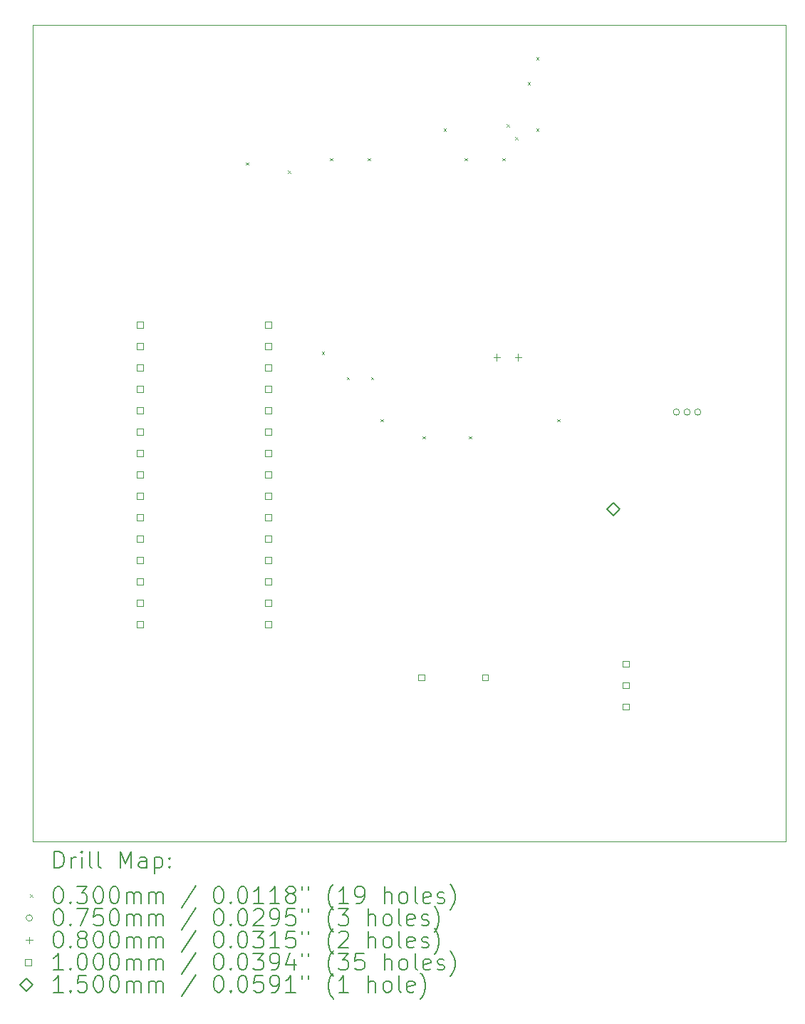
<source format=gbr>
%TF.GenerationSoftware,KiCad,Pcbnew,9.0.0*%
%TF.CreationDate,2025-04-09T11:02:52+05:30*%
%TF.ProjectId,Smart Pool Monitoring,536d6172-7420-4506-9f6f-6c204d6f6e69,rev?*%
%TF.SameCoordinates,Original*%
%TF.FileFunction,Drillmap*%
%TF.FilePolarity,Positive*%
%FSLAX45Y45*%
G04 Gerber Fmt 4.5, Leading zero omitted, Abs format (unit mm)*
G04 Created by KiCad (PCBNEW 9.0.0) date 2025-04-09 11:02:52*
%MOMM*%
%LPD*%
G01*
G04 APERTURE LIST*
%ADD10C,0.050000*%
%ADD11C,0.200000*%
%ADD12C,0.100000*%
%ADD13C,0.150000*%
G04 APERTURE END LIST*
D10*
X10650000Y-3750000D02*
X19600000Y-3750000D01*
X19600000Y-13450000D01*
X10650000Y-13450000D01*
X10650000Y-3750000D01*
D11*
D12*
X13185000Y-5385000D02*
X13215000Y-5415000D01*
X13215000Y-5385000D02*
X13185000Y-5415000D01*
X13685000Y-5485000D02*
X13715000Y-5515000D01*
X13715000Y-5485000D02*
X13685000Y-5515000D01*
X14085000Y-7635000D02*
X14115000Y-7665000D01*
X14115000Y-7635000D02*
X14085000Y-7665000D01*
X14185000Y-5335000D02*
X14215000Y-5365000D01*
X14215000Y-5335000D02*
X14185000Y-5365000D01*
X14385000Y-7935000D02*
X14415000Y-7965000D01*
X14415000Y-7935000D02*
X14385000Y-7965000D01*
X14635000Y-5335000D02*
X14665000Y-5365000D01*
X14665000Y-5335000D02*
X14635000Y-5365000D01*
X14669994Y-7935000D02*
X14699994Y-7965000D01*
X14699994Y-7935000D02*
X14669994Y-7965000D01*
X14785000Y-8435000D02*
X14815000Y-8465000D01*
X14815000Y-8435000D02*
X14785000Y-8465000D01*
X15285000Y-8635000D02*
X15315000Y-8665000D01*
X15315000Y-8635000D02*
X15285000Y-8665000D01*
X15535000Y-4985000D02*
X15565000Y-5015000D01*
X15565000Y-4985000D02*
X15535000Y-5015000D01*
X15785000Y-5335000D02*
X15815000Y-5365000D01*
X15815000Y-5335000D02*
X15785000Y-5365000D01*
X15835000Y-8635000D02*
X15865000Y-8665000D01*
X15865000Y-8635000D02*
X15835000Y-8665000D01*
X16235000Y-5335000D02*
X16265000Y-5365000D01*
X16265000Y-5335000D02*
X16235000Y-5365000D01*
X16285000Y-4935000D02*
X16315000Y-4965000D01*
X16315000Y-4935000D02*
X16285000Y-4965000D01*
X16385000Y-5085000D02*
X16415000Y-5115000D01*
X16415000Y-5085000D02*
X16385000Y-5115000D01*
X16535000Y-4435000D02*
X16565000Y-4465000D01*
X16565000Y-4435000D02*
X16535000Y-4465000D01*
X16635000Y-4135000D02*
X16665000Y-4165000D01*
X16665000Y-4135000D02*
X16635000Y-4165000D01*
X16635000Y-4985000D02*
X16665000Y-5015000D01*
X16665000Y-4985000D02*
X16635000Y-5015000D01*
X16885000Y-8435000D02*
X16915000Y-8465000D01*
X16915000Y-8435000D02*
X16885000Y-8465000D01*
X18337500Y-8350000D02*
G75*
G02*
X18262500Y-8350000I-37500J0D01*
G01*
X18262500Y-8350000D02*
G75*
G02*
X18337500Y-8350000I37500J0D01*
G01*
X18464500Y-8350000D02*
G75*
G02*
X18389500Y-8350000I-37500J0D01*
G01*
X18389500Y-8350000D02*
G75*
G02*
X18464500Y-8350000I37500J0D01*
G01*
X18591500Y-8350000D02*
G75*
G02*
X18516500Y-8350000I-37500J0D01*
G01*
X18516500Y-8350000D02*
G75*
G02*
X18591500Y-8350000I37500J0D01*
G01*
X16165500Y-7660000D02*
X16165500Y-7740000D01*
X16125500Y-7700000D02*
X16205500Y-7700000D01*
X16419500Y-7660000D02*
X16419500Y-7740000D01*
X16379500Y-7700000D02*
X16459500Y-7700000D01*
X11961356Y-7349356D02*
X11961356Y-7278644D01*
X11890644Y-7278644D01*
X11890644Y-7349356D01*
X11961356Y-7349356D01*
X11961356Y-7603356D02*
X11961356Y-7532644D01*
X11890644Y-7532644D01*
X11890644Y-7603356D01*
X11961356Y-7603356D01*
X11961356Y-7857356D02*
X11961356Y-7786644D01*
X11890644Y-7786644D01*
X11890644Y-7857356D01*
X11961356Y-7857356D01*
X11961356Y-8111356D02*
X11961356Y-8040644D01*
X11890644Y-8040644D01*
X11890644Y-8111356D01*
X11961356Y-8111356D01*
X11961356Y-8365356D02*
X11961356Y-8294644D01*
X11890644Y-8294644D01*
X11890644Y-8365356D01*
X11961356Y-8365356D01*
X11961356Y-8619356D02*
X11961356Y-8548644D01*
X11890644Y-8548644D01*
X11890644Y-8619356D01*
X11961356Y-8619356D01*
X11961356Y-8873356D02*
X11961356Y-8802644D01*
X11890644Y-8802644D01*
X11890644Y-8873356D01*
X11961356Y-8873356D01*
X11961356Y-9127356D02*
X11961356Y-9056644D01*
X11890644Y-9056644D01*
X11890644Y-9127356D01*
X11961356Y-9127356D01*
X11961356Y-9381356D02*
X11961356Y-9310644D01*
X11890644Y-9310644D01*
X11890644Y-9381356D01*
X11961356Y-9381356D01*
X11961356Y-9635356D02*
X11961356Y-9564644D01*
X11890644Y-9564644D01*
X11890644Y-9635356D01*
X11961356Y-9635356D01*
X11961356Y-9889356D02*
X11961356Y-9818644D01*
X11890644Y-9818644D01*
X11890644Y-9889356D01*
X11961356Y-9889356D01*
X11961356Y-10143356D02*
X11961356Y-10072644D01*
X11890644Y-10072644D01*
X11890644Y-10143356D01*
X11961356Y-10143356D01*
X11961356Y-10397356D02*
X11961356Y-10326644D01*
X11890644Y-10326644D01*
X11890644Y-10397356D01*
X11961356Y-10397356D01*
X11961356Y-10651356D02*
X11961356Y-10580644D01*
X11890644Y-10580644D01*
X11890644Y-10651356D01*
X11961356Y-10651356D01*
X11961356Y-10905356D02*
X11961356Y-10834644D01*
X11890644Y-10834644D01*
X11890644Y-10905356D01*
X11961356Y-10905356D01*
X13485356Y-7349356D02*
X13485356Y-7278644D01*
X13414644Y-7278644D01*
X13414644Y-7349356D01*
X13485356Y-7349356D01*
X13485356Y-7603356D02*
X13485356Y-7532644D01*
X13414644Y-7532644D01*
X13414644Y-7603356D01*
X13485356Y-7603356D01*
X13485356Y-7857356D02*
X13485356Y-7786644D01*
X13414644Y-7786644D01*
X13414644Y-7857356D01*
X13485356Y-7857356D01*
X13485356Y-8111356D02*
X13485356Y-8040644D01*
X13414644Y-8040644D01*
X13414644Y-8111356D01*
X13485356Y-8111356D01*
X13485356Y-8365356D02*
X13485356Y-8294644D01*
X13414644Y-8294644D01*
X13414644Y-8365356D01*
X13485356Y-8365356D01*
X13485356Y-8619356D02*
X13485356Y-8548644D01*
X13414644Y-8548644D01*
X13414644Y-8619356D01*
X13485356Y-8619356D01*
X13485356Y-8873356D02*
X13485356Y-8802644D01*
X13414644Y-8802644D01*
X13414644Y-8873356D01*
X13485356Y-8873356D01*
X13485356Y-9127356D02*
X13485356Y-9056644D01*
X13414644Y-9056644D01*
X13414644Y-9127356D01*
X13485356Y-9127356D01*
X13485356Y-9381356D02*
X13485356Y-9310644D01*
X13414644Y-9310644D01*
X13414644Y-9381356D01*
X13485356Y-9381356D01*
X13485356Y-9635356D02*
X13485356Y-9564644D01*
X13414644Y-9564644D01*
X13414644Y-9635356D01*
X13485356Y-9635356D01*
X13485356Y-9889356D02*
X13485356Y-9818644D01*
X13414644Y-9818644D01*
X13414644Y-9889356D01*
X13485356Y-9889356D01*
X13485356Y-10143356D02*
X13485356Y-10072644D01*
X13414644Y-10072644D01*
X13414644Y-10143356D01*
X13485356Y-10143356D01*
X13485356Y-10397356D02*
X13485356Y-10326644D01*
X13414644Y-10326644D01*
X13414644Y-10397356D01*
X13485356Y-10397356D01*
X13485356Y-10651356D02*
X13485356Y-10580644D01*
X13414644Y-10580644D01*
X13414644Y-10651356D01*
X13485356Y-10651356D01*
X13485356Y-10905356D02*
X13485356Y-10834644D01*
X13414644Y-10834644D01*
X13414644Y-10905356D01*
X13485356Y-10905356D01*
X15305356Y-11535356D02*
X15305356Y-11464644D01*
X15234644Y-11464644D01*
X15234644Y-11535356D01*
X15305356Y-11535356D01*
X16065356Y-11535356D02*
X16065356Y-11464644D01*
X15994644Y-11464644D01*
X15994644Y-11535356D01*
X16065356Y-11535356D01*
X17735356Y-11377356D02*
X17735356Y-11306644D01*
X17664644Y-11306644D01*
X17664644Y-11377356D01*
X17735356Y-11377356D01*
X17735356Y-11631356D02*
X17735356Y-11560644D01*
X17664644Y-11560644D01*
X17664644Y-11631356D01*
X17735356Y-11631356D01*
X17735356Y-11885356D02*
X17735356Y-11814644D01*
X17664644Y-11814644D01*
X17664644Y-11885356D01*
X17735356Y-11885356D01*
D13*
X17550000Y-9575000D02*
X17625000Y-9500000D01*
X17550000Y-9425000D01*
X17475000Y-9500000D01*
X17550000Y-9575000D01*
D11*
X10908277Y-13763984D02*
X10908277Y-13563984D01*
X10908277Y-13563984D02*
X10955896Y-13563984D01*
X10955896Y-13563984D02*
X10984467Y-13573508D01*
X10984467Y-13573508D02*
X11003515Y-13592555D01*
X11003515Y-13592555D02*
X11013039Y-13611603D01*
X11013039Y-13611603D02*
X11022563Y-13649698D01*
X11022563Y-13649698D02*
X11022563Y-13678269D01*
X11022563Y-13678269D02*
X11013039Y-13716365D01*
X11013039Y-13716365D02*
X11003515Y-13735412D01*
X11003515Y-13735412D02*
X10984467Y-13754460D01*
X10984467Y-13754460D02*
X10955896Y-13763984D01*
X10955896Y-13763984D02*
X10908277Y-13763984D01*
X11108277Y-13763984D02*
X11108277Y-13630650D01*
X11108277Y-13668746D02*
X11117801Y-13649698D01*
X11117801Y-13649698D02*
X11127324Y-13640174D01*
X11127324Y-13640174D02*
X11146372Y-13630650D01*
X11146372Y-13630650D02*
X11165420Y-13630650D01*
X11232086Y-13763984D02*
X11232086Y-13630650D01*
X11232086Y-13563984D02*
X11222562Y-13573508D01*
X11222562Y-13573508D02*
X11232086Y-13583031D01*
X11232086Y-13583031D02*
X11241610Y-13573508D01*
X11241610Y-13573508D02*
X11232086Y-13563984D01*
X11232086Y-13563984D02*
X11232086Y-13583031D01*
X11355896Y-13763984D02*
X11336848Y-13754460D01*
X11336848Y-13754460D02*
X11327324Y-13735412D01*
X11327324Y-13735412D02*
X11327324Y-13563984D01*
X11460658Y-13763984D02*
X11441610Y-13754460D01*
X11441610Y-13754460D02*
X11432086Y-13735412D01*
X11432086Y-13735412D02*
X11432086Y-13563984D01*
X11689229Y-13763984D02*
X11689229Y-13563984D01*
X11689229Y-13563984D02*
X11755896Y-13706841D01*
X11755896Y-13706841D02*
X11822562Y-13563984D01*
X11822562Y-13563984D02*
X11822562Y-13763984D01*
X12003515Y-13763984D02*
X12003515Y-13659222D01*
X12003515Y-13659222D02*
X11993991Y-13640174D01*
X11993991Y-13640174D02*
X11974943Y-13630650D01*
X11974943Y-13630650D02*
X11936848Y-13630650D01*
X11936848Y-13630650D02*
X11917801Y-13640174D01*
X12003515Y-13754460D02*
X11984467Y-13763984D01*
X11984467Y-13763984D02*
X11936848Y-13763984D01*
X11936848Y-13763984D02*
X11917801Y-13754460D01*
X11917801Y-13754460D02*
X11908277Y-13735412D01*
X11908277Y-13735412D02*
X11908277Y-13716365D01*
X11908277Y-13716365D02*
X11917801Y-13697317D01*
X11917801Y-13697317D02*
X11936848Y-13687793D01*
X11936848Y-13687793D02*
X11984467Y-13687793D01*
X11984467Y-13687793D02*
X12003515Y-13678269D01*
X12098753Y-13630650D02*
X12098753Y-13830650D01*
X12098753Y-13640174D02*
X12117801Y-13630650D01*
X12117801Y-13630650D02*
X12155896Y-13630650D01*
X12155896Y-13630650D02*
X12174943Y-13640174D01*
X12174943Y-13640174D02*
X12184467Y-13649698D01*
X12184467Y-13649698D02*
X12193991Y-13668746D01*
X12193991Y-13668746D02*
X12193991Y-13725888D01*
X12193991Y-13725888D02*
X12184467Y-13744936D01*
X12184467Y-13744936D02*
X12174943Y-13754460D01*
X12174943Y-13754460D02*
X12155896Y-13763984D01*
X12155896Y-13763984D02*
X12117801Y-13763984D01*
X12117801Y-13763984D02*
X12098753Y-13754460D01*
X12279705Y-13744936D02*
X12289229Y-13754460D01*
X12289229Y-13754460D02*
X12279705Y-13763984D01*
X12279705Y-13763984D02*
X12270182Y-13754460D01*
X12270182Y-13754460D02*
X12279705Y-13744936D01*
X12279705Y-13744936D02*
X12279705Y-13763984D01*
X12279705Y-13640174D02*
X12289229Y-13649698D01*
X12289229Y-13649698D02*
X12279705Y-13659222D01*
X12279705Y-13659222D02*
X12270182Y-13649698D01*
X12270182Y-13649698D02*
X12279705Y-13640174D01*
X12279705Y-13640174D02*
X12279705Y-13659222D01*
D12*
X10617500Y-14077500D02*
X10647500Y-14107500D01*
X10647500Y-14077500D02*
X10617500Y-14107500D01*
D11*
X10946372Y-13983984D02*
X10965420Y-13983984D01*
X10965420Y-13983984D02*
X10984467Y-13993508D01*
X10984467Y-13993508D02*
X10993991Y-14003031D01*
X10993991Y-14003031D02*
X11003515Y-14022079D01*
X11003515Y-14022079D02*
X11013039Y-14060174D01*
X11013039Y-14060174D02*
X11013039Y-14107793D01*
X11013039Y-14107793D02*
X11003515Y-14145888D01*
X11003515Y-14145888D02*
X10993991Y-14164936D01*
X10993991Y-14164936D02*
X10984467Y-14174460D01*
X10984467Y-14174460D02*
X10965420Y-14183984D01*
X10965420Y-14183984D02*
X10946372Y-14183984D01*
X10946372Y-14183984D02*
X10927324Y-14174460D01*
X10927324Y-14174460D02*
X10917801Y-14164936D01*
X10917801Y-14164936D02*
X10908277Y-14145888D01*
X10908277Y-14145888D02*
X10898753Y-14107793D01*
X10898753Y-14107793D02*
X10898753Y-14060174D01*
X10898753Y-14060174D02*
X10908277Y-14022079D01*
X10908277Y-14022079D02*
X10917801Y-14003031D01*
X10917801Y-14003031D02*
X10927324Y-13993508D01*
X10927324Y-13993508D02*
X10946372Y-13983984D01*
X11098753Y-14164936D02*
X11108277Y-14174460D01*
X11108277Y-14174460D02*
X11098753Y-14183984D01*
X11098753Y-14183984D02*
X11089229Y-14174460D01*
X11089229Y-14174460D02*
X11098753Y-14164936D01*
X11098753Y-14164936D02*
X11098753Y-14183984D01*
X11174944Y-13983984D02*
X11298753Y-13983984D01*
X11298753Y-13983984D02*
X11232086Y-14060174D01*
X11232086Y-14060174D02*
X11260658Y-14060174D01*
X11260658Y-14060174D02*
X11279705Y-14069698D01*
X11279705Y-14069698D02*
X11289229Y-14079222D01*
X11289229Y-14079222D02*
X11298753Y-14098269D01*
X11298753Y-14098269D02*
X11298753Y-14145888D01*
X11298753Y-14145888D02*
X11289229Y-14164936D01*
X11289229Y-14164936D02*
X11279705Y-14174460D01*
X11279705Y-14174460D02*
X11260658Y-14183984D01*
X11260658Y-14183984D02*
X11203515Y-14183984D01*
X11203515Y-14183984D02*
X11184467Y-14174460D01*
X11184467Y-14174460D02*
X11174944Y-14164936D01*
X11422562Y-13983984D02*
X11441610Y-13983984D01*
X11441610Y-13983984D02*
X11460658Y-13993508D01*
X11460658Y-13993508D02*
X11470182Y-14003031D01*
X11470182Y-14003031D02*
X11479705Y-14022079D01*
X11479705Y-14022079D02*
X11489229Y-14060174D01*
X11489229Y-14060174D02*
X11489229Y-14107793D01*
X11489229Y-14107793D02*
X11479705Y-14145888D01*
X11479705Y-14145888D02*
X11470182Y-14164936D01*
X11470182Y-14164936D02*
X11460658Y-14174460D01*
X11460658Y-14174460D02*
X11441610Y-14183984D01*
X11441610Y-14183984D02*
X11422562Y-14183984D01*
X11422562Y-14183984D02*
X11403515Y-14174460D01*
X11403515Y-14174460D02*
X11393991Y-14164936D01*
X11393991Y-14164936D02*
X11384467Y-14145888D01*
X11384467Y-14145888D02*
X11374943Y-14107793D01*
X11374943Y-14107793D02*
X11374943Y-14060174D01*
X11374943Y-14060174D02*
X11384467Y-14022079D01*
X11384467Y-14022079D02*
X11393991Y-14003031D01*
X11393991Y-14003031D02*
X11403515Y-13993508D01*
X11403515Y-13993508D02*
X11422562Y-13983984D01*
X11613039Y-13983984D02*
X11632086Y-13983984D01*
X11632086Y-13983984D02*
X11651134Y-13993508D01*
X11651134Y-13993508D02*
X11660658Y-14003031D01*
X11660658Y-14003031D02*
X11670182Y-14022079D01*
X11670182Y-14022079D02*
X11679705Y-14060174D01*
X11679705Y-14060174D02*
X11679705Y-14107793D01*
X11679705Y-14107793D02*
X11670182Y-14145888D01*
X11670182Y-14145888D02*
X11660658Y-14164936D01*
X11660658Y-14164936D02*
X11651134Y-14174460D01*
X11651134Y-14174460D02*
X11632086Y-14183984D01*
X11632086Y-14183984D02*
X11613039Y-14183984D01*
X11613039Y-14183984D02*
X11593991Y-14174460D01*
X11593991Y-14174460D02*
X11584467Y-14164936D01*
X11584467Y-14164936D02*
X11574943Y-14145888D01*
X11574943Y-14145888D02*
X11565420Y-14107793D01*
X11565420Y-14107793D02*
X11565420Y-14060174D01*
X11565420Y-14060174D02*
X11574943Y-14022079D01*
X11574943Y-14022079D02*
X11584467Y-14003031D01*
X11584467Y-14003031D02*
X11593991Y-13993508D01*
X11593991Y-13993508D02*
X11613039Y-13983984D01*
X11765420Y-14183984D02*
X11765420Y-14050650D01*
X11765420Y-14069698D02*
X11774943Y-14060174D01*
X11774943Y-14060174D02*
X11793991Y-14050650D01*
X11793991Y-14050650D02*
X11822563Y-14050650D01*
X11822563Y-14050650D02*
X11841610Y-14060174D01*
X11841610Y-14060174D02*
X11851134Y-14079222D01*
X11851134Y-14079222D02*
X11851134Y-14183984D01*
X11851134Y-14079222D02*
X11860658Y-14060174D01*
X11860658Y-14060174D02*
X11879705Y-14050650D01*
X11879705Y-14050650D02*
X11908277Y-14050650D01*
X11908277Y-14050650D02*
X11927324Y-14060174D01*
X11927324Y-14060174D02*
X11936848Y-14079222D01*
X11936848Y-14079222D02*
X11936848Y-14183984D01*
X12032086Y-14183984D02*
X12032086Y-14050650D01*
X12032086Y-14069698D02*
X12041610Y-14060174D01*
X12041610Y-14060174D02*
X12060658Y-14050650D01*
X12060658Y-14050650D02*
X12089229Y-14050650D01*
X12089229Y-14050650D02*
X12108277Y-14060174D01*
X12108277Y-14060174D02*
X12117801Y-14079222D01*
X12117801Y-14079222D02*
X12117801Y-14183984D01*
X12117801Y-14079222D02*
X12127324Y-14060174D01*
X12127324Y-14060174D02*
X12146372Y-14050650D01*
X12146372Y-14050650D02*
X12174943Y-14050650D01*
X12174943Y-14050650D02*
X12193991Y-14060174D01*
X12193991Y-14060174D02*
X12203515Y-14079222D01*
X12203515Y-14079222D02*
X12203515Y-14183984D01*
X12593991Y-13974460D02*
X12422563Y-14231603D01*
X12851134Y-13983984D02*
X12870182Y-13983984D01*
X12870182Y-13983984D02*
X12889229Y-13993508D01*
X12889229Y-13993508D02*
X12898753Y-14003031D01*
X12898753Y-14003031D02*
X12908277Y-14022079D01*
X12908277Y-14022079D02*
X12917801Y-14060174D01*
X12917801Y-14060174D02*
X12917801Y-14107793D01*
X12917801Y-14107793D02*
X12908277Y-14145888D01*
X12908277Y-14145888D02*
X12898753Y-14164936D01*
X12898753Y-14164936D02*
X12889229Y-14174460D01*
X12889229Y-14174460D02*
X12870182Y-14183984D01*
X12870182Y-14183984D02*
X12851134Y-14183984D01*
X12851134Y-14183984D02*
X12832086Y-14174460D01*
X12832086Y-14174460D02*
X12822563Y-14164936D01*
X12822563Y-14164936D02*
X12813039Y-14145888D01*
X12813039Y-14145888D02*
X12803515Y-14107793D01*
X12803515Y-14107793D02*
X12803515Y-14060174D01*
X12803515Y-14060174D02*
X12813039Y-14022079D01*
X12813039Y-14022079D02*
X12822563Y-14003031D01*
X12822563Y-14003031D02*
X12832086Y-13993508D01*
X12832086Y-13993508D02*
X12851134Y-13983984D01*
X13003515Y-14164936D02*
X13013039Y-14174460D01*
X13013039Y-14174460D02*
X13003515Y-14183984D01*
X13003515Y-14183984D02*
X12993991Y-14174460D01*
X12993991Y-14174460D02*
X13003515Y-14164936D01*
X13003515Y-14164936D02*
X13003515Y-14183984D01*
X13136848Y-13983984D02*
X13155896Y-13983984D01*
X13155896Y-13983984D02*
X13174944Y-13993508D01*
X13174944Y-13993508D02*
X13184467Y-14003031D01*
X13184467Y-14003031D02*
X13193991Y-14022079D01*
X13193991Y-14022079D02*
X13203515Y-14060174D01*
X13203515Y-14060174D02*
X13203515Y-14107793D01*
X13203515Y-14107793D02*
X13193991Y-14145888D01*
X13193991Y-14145888D02*
X13184467Y-14164936D01*
X13184467Y-14164936D02*
X13174944Y-14174460D01*
X13174944Y-14174460D02*
X13155896Y-14183984D01*
X13155896Y-14183984D02*
X13136848Y-14183984D01*
X13136848Y-14183984D02*
X13117801Y-14174460D01*
X13117801Y-14174460D02*
X13108277Y-14164936D01*
X13108277Y-14164936D02*
X13098753Y-14145888D01*
X13098753Y-14145888D02*
X13089229Y-14107793D01*
X13089229Y-14107793D02*
X13089229Y-14060174D01*
X13089229Y-14060174D02*
X13098753Y-14022079D01*
X13098753Y-14022079D02*
X13108277Y-14003031D01*
X13108277Y-14003031D02*
X13117801Y-13993508D01*
X13117801Y-13993508D02*
X13136848Y-13983984D01*
X13393991Y-14183984D02*
X13279706Y-14183984D01*
X13336848Y-14183984D02*
X13336848Y-13983984D01*
X13336848Y-13983984D02*
X13317801Y-14012555D01*
X13317801Y-14012555D02*
X13298753Y-14031603D01*
X13298753Y-14031603D02*
X13279706Y-14041127D01*
X13584467Y-14183984D02*
X13470182Y-14183984D01*
X13527325Y-14183984D02*
X13527325Y-13983984D01*
X13527325Y-13983984D02*
X13508277Y-14012555D01*
X13508277Y-14012555D02*
X13489229Y-14031603D01*
X13489229Y-14031603D02*
X13470182Y-14041127D01*
X13698753Y-14069698D02*
X13679706Y-14060174D01*
X13679706Y-14060174D02*
X13670182Y-14050650D01*
X13670182Y-14050650D02*
X13660658Y-14031603D01*
X13660658Y-14031603D02*
X13660658Y-14022079D01*
X13660658Y-14022079D02*
X13670182Y-14003031D01*
X13670182Y-14003031D02*
X13679706Y-13993508D01*
X13679706Y-13993508D02*
X13698753Y-13983984D01*
X13698753Y-13983984D02*
X13736848Y-13983984D01*
X13736848Y-13983984D02*
X13755896Y-13993508D01*
X13755896Y-13993508D02*
X13765420Y-14003031D01*
X13765420Y-14003031D02*
X13774944Y-14022079D01*
X13774944Y-14022079D02*
X13774944Y-14031603D01*
X13774944Y-14031603D02*
X13765420Y-14050650D01*
X13765420Y-14050650D02*
X13755896Y-14060174D01*
X13755896Y-14060174D02*
X13736848Y-14069698D01*
X13736848Y-14069698D02*
X13698753Y-14069698D01*
X13698753Y-14069698D02*
X13679706Y-14079222D01*
X13679706Y-14079222D02*
X13670182Y-14088746D01*
X13670182Y-14088746D02*
X13660658Y-14107793D01*
X13660658Y-14107793D02*
X13660658Y-14145888D01*
X13660658Y-14145888D02*
X13670182Y-14164936D01*
X13670182Y-14164936D02*
X13679706Y-14174460D01*
X13679706Y-14174460D02*
X13698753Y-14183984D01*
X13698753Y-14183984D02*
X13736848Y-14183984D01*
X13736848Y-14183984D02*
X13755896Y-14174460D01*
X13755896Y-14174460D02*
X13765420Y-14164936D01*
X13765420Y-14164936D02*
X13774944Y-14145888D01*
X13774944Y-14145888D02*
X13774944Y-14107793D01*
X13774944Y-14107793D02*
X13765420Y-14088746D01*
X13765420Y-14088746D02*
X13755896Y-14079222D01*
X13755896Y-14079222D02*
X13736848Y-14069698D01*
X13851134Y-13983984D02*
X13851134Y-14022079D01*
X13927325Y-13983984D02*
X13927325Y-14022079D01*
X14222563Y-14260174D02*
X14213039Y-14250650D01*
X14213039Y-14250650D02*
X14193991Y-14222079D01*
X14193991Y-14222079D02*
X14184468Y-14203031D01*
X14184468Y-14203031D02*
X14174944Y-14174460D01*
X14174944Y-14174460D02*
X14165420Y-14126841D01*
X14165420Y-14126841D02*
X14165420Y-14088746D01*
X14165420Y-14088746D02*
X14174944Y-14041127D01*
X14174944Y-14041127D02*
X14184468Y-14012555D01*
X14184468Y-14012555D02*
X14193991Y-13993508D01*
X14193991Y-13993508D02*
X14213039Y-13964936D01*
X14213039Y-13964936D02*
X14222563Y-13955412D01*
X14403515Y-14183984D02*
X14289229Y-14183984D01*
X14346372Y-14183984D02*
X14346372Y-13983984D01*
X14346372Y-13983984D02*
X14327325Y-14012555D01*
X14327325Y-14012555D02*
X14308277Y-14031603D01*
X14308277Y-14031603D02*
X14289229Y-14041127D01*
X14498753Y-14183984D02*
X14536848Y-14183984D01*
X14536848Y-14183984D02*
X14555896Y-14174460D01*
X14555896Y-14174460D02*
X14565420Y-14164936D01*
X14565420Y-14164936D02*
X14584468Y-14136365D01*
X14584468Y-14136365D02*
X14593991Y-14098269D01*
X14593991Y-14098269D02*
X14593991Y-14022079D01*
X14593991Y-14022079D02*
X14584468Y-14003031D01*
X14584468Y-14003031D02*
X14574944Y-13993508D01*
X14574944Y-13993508D02*
X14555896Y-13983984D01*
X14555896Y-13983984D02*
X14517801Y-13983984D01*
X14517801Y-13983984D02*
X14498753Y-13993508D01*
X14498753Y-13993508D02*
X14489229Y-14003031D01*
X14489229Y-14003031D02*
X14479706Y-14022079D01*
X14479706Y-14022079D02*
X14479706Y-14069698D01*
X14479706Y-14069698D02*
X14489229Y-14088746D01*
X14489229Y-14088746D02*
X14498753Y-14098269D01*
X14498753Y-14098269D02*
X14517801Y-14107793D01*
X14517801Y-14107793D02*
X14555896Y-14107793D01*
X14555896Y-14107793D02*
X14574944Y-14098269D01*
X14574944Y-14098269D02*
X14584468Y-14088746D01*
X14584468Y-14088746D02*
X14593991Y-14069698D01*
X14832087Y-14183984D02*
X14832087Y-13983984D01*
X14917801Y-14183984D02*
X14917801Y-14079222D01*
X14917801Y-14079222D02*
X14908277Y-14060174D01*
X14908277Y-14060174D02*
X14889230Y-14050650D01*
X14889230Y-14050650D02*
X14860658Y-14050650D01*
X14860658Y-14050650D02*
X14841610Y-14060174D01*
X14841610Y-14060174D02*
X14832087Y-14069698D01*
X15041610Y-14183984D02*
X15022563Y-14174460D01*
X15022563Y-14174460D02*
X15013039Y-14164936D01*
X15013039Y-14164936D02*
X15003515Y-14145888D01*
X15003515Y-14145888D02*
X15003515Y-14088746D01*
X15003515Y-14088746D02*
X15013039Y-14069698D01*
X15013039Y-14069698D02*
X15022563Y-14060174D01*
X15022563Y-14060174D02*
X15041610Y-14050650D01*
X15041610Y-14050650D02*
X15070182Y-14050650D01*
X15070182Y-14050650D02*
X15089230Y-14060174D01*
X15089230Y-14060174D02*
X15098753Y-14069698D01*
X15098753Y-14069698D02*
X15108277Y-14088746D01*
X15108277Y-14088746D02*
X15108277Y-14145888D01*
X15108277Y-14145888D02*
X15098753Y-14164936D01*
X15098753Y-14164936D02*
X15089230Y-14174460D01*
X15089230Y-14174460D02*
X15070182Y-14183984D01*
X15070182Y-14183984D02*
X15041610Y-14183984D01*
X15222563Y-14183984D02*
X15203515Y-14174460D01*
X15203515Y-14174460D02*
X15193991Y-14155412D01*
X15193991Y-14155412D02*
X15193991Y-13983984D01*
X15374944Y-14174460D02*
X15355896Y-14183984D01*
X15355896Y-14183984D02*
X15317801Y-14183984D01*
X15317801Y-14183984D02*
X15298753Y-14174460D01*
X15298753Y-14174460D02*
X15289230Y-14155412D01*
X15289230Y-14155412D02*
X15289230Y-14079222D01*
X15289230Y-14079222D02*
X15298753Y-14060174D01*
X15298753Y-14060174D02*
X15317801Y-14050650D01*
X15317801Y-14050650D02*
X15355896Y-14050650D01*
X15355896Y-14050650D02*
X15374944Y-14060174D01*
X15374944Y-14060174D02*
X15384468Y-14079222D01*
X15384468Y-14079222D02*
X15384468Y-14098269D01*
X15384468Y-14098269D02*
X15289230Y-14117317D01*
X15460658Y-14174460D02*
X15479706Y-14183984D01*
X15479706Y-14183984D02*
X15517801Y-14183984D01*
X15517801Y-14183984D02*
X15536849Y-14174460D01*
X15536849Y-14174460D02*
X15546372Y-14155412D01*
X15546372Y-14155412D02*
X15546372Y-14145888D01*
X15546372Y-14145888D02*
X15536849Y-14126841D01*
X15536849Y-14126841D02*
X15517801Y-14117317D01*
X15517801Y-14117317D02*
X15489230Y-14117317D01*
X15489230Y-14117317D02*
X15470182Y-14107793D01*
X15470182Y-14107793D02*
X15460658Y-14088746D01*
X15460658Y-14088746D02*
X15460658Y-14079222D01*
X15460658Y-14079222D02*
X15470182Y-14060174D01*
X15470182Y-14060174D02*
X15489230Y-14050650D01*
X15489230Y-14050650D02*
X15517801Y-14050650D01*
X15517801Y-14050650D02*
X15536849Y-14060174D01*
X15613039Y-14260174D02*
X15622563Y-14250650D01*
X15622563Y-14250650D02*
X15641611Y-14222079D01*
X15641611Y-14222079D02*
X15651134Y-14203031D01*
X15651134Y-14203031D02*
X15660658Y-14174460D01*
X15660658Y-14174460D02*
X15670182Y-14126841D01*
X15670182Y-14126841D02*
X15670182Y-14088746D01*
X15670182Y-14088746D02*
X15660658Y-14041127D01*
X15660658Y-14041127D02*
X15651134Y-14012555D01*
X15651134Y-14012555D02*
X15641611Y-13993508D01*
X15641611Y-13993508D02*
X15622563Y-13964936D01*
X15622563Y-13964936D02*
X15613039Y-13955412D01*
D12*
X10647500Y-14356500D02*
G75*
G02*
X10572500Y-14356500I-37500J0D01*
G01*
X10572500Y-14356500D02*
G75*
G02*
X10647500Y-14356500I37500J0D01*
G01*
D11*
X10946372Y-14247984D02*
X10965420Y-14247984D01*
X10965420Y-14247984D02*
X10984467Y-14257508D01*
X10984467Y-14257508D02*
X10993991Y-14267031D01*
X10993991Y-14267031D02*
X11003515Y-14286079D01*
X11003515Y-14286079D02*
X11013039Y-14324174D01*
X11013039Y-14324174D02*
X11013039Y-14371793D01*
X11013039Y-14371793D02*
X11003515Y-14409888D01*
X11003515Y-14409888D02*
X10993991Y-14428936D01*
X10993991Y-14428936D02*
X10984467Y-14438460D01*
X10984467Y-14438460D02*
X10965420Y-14447984D01*
X10965420Y-14447984D02*
X10946372Y-14447984D01*
X10946372Y-14447984D02*
X10927324Y-14438460D01*
X10927324Y-14438460D02*
X10917801Y-14428936D01*
X10917801Y-14428936D02*
X10908277Y-14409888D01*
X10908277Y-14409888D02*
X10898753Y-14371793D01*
X10898753Y-14371793D02*
X10898753Y-14324174D01*
X10898753Y-14324174D02*
X10908277Y-14286079D01*
X10908277Y-14286079D02*
X10917801Y-14267031D01*
X10917801Y-14267031D02*
X10927324Y-14257508D01*
X10927324Y-14257508D02*
X10946372Y-14247984D01*
X11098753Y-14428936D02*
X11108277Y-14438460D01*
X11108277Y-14438460D02*
X11098753Y-14447984D01*
X11098753Y-14447984D02*
X11089229Y-14438460D01*
X11089229Y-14438460D02*
X11098753Y-14428936D01*
X11098753Y-14428936D02*
X11098753Y-14447984D01*
X11174944Y-14247984D02*
X11308277Y-14247984D01*
X11308277Y-14247984D02*
X11222562Y-14447984D01*
X11479705Y-14247984D02*
X11384467Y-14247984D01*
X11384467Y-14247984D02*
X11374943Y-14343222D01*
X11374943Y-14343222D02*
X11384467Y-14333698D01*
X11384467Y-14333698D02*
X11403515Y-14324174D01*
X11403515Y-14324174D02*
X11451134Y-14324174D01*
X11451134Y-14324174D02*
X11470182Y-14333698D01*
X11470182Y-14333698D02*
X11479705Y-14343222D01*
X11479705Y-14343222D02*
X11489229Y-14362269D01*
X11489229Y-14362269D02*
X11489229Y-14409888D01*
X11489229Y-14409888D02*
X11479705Y-14428936D01*
X11479705Y-14428936D02*
X11470182Y-14438460D01*
X11470182Y-14438460D02*
X11451134Y-14447984D01*
X11451134Y-14447984D02*
X11403515Y-14447984D01*
X11403515Y-14447984D02*
X11384467Y-14438460D01*
X11384467Y-14438460D02*
X11374943Y-14428936D01*
X11613039Y-14247984D02*
X11632086Y-14247984D01*
X11632086Y-14247984D02*
X11651134Y-14257508D01*
X11651134Y-14257508D02*
X11660658Y-14267031D01*
X11660658Y-14267031D02*
X11670182Y-14286079D01*
X11670182Y-14286079D02*
X11679705Y-14324174D01*
X11679705Y-14324174D02*
X11679705Y-14371793D01*
X11679705Y-14371793D02*
X11670182Y-14409888D01*
X11670182Y-14409888D02*
X11660658Y-14428936D01*
X11660658Y-14428936D02*
X11651134Y-14438460D01*
X11651134Y-14438460D02*
X11632086Y-14447984D01*
X11632086Y-14447984D02*
X11613039Y-14447984D01*
X11613039Y-14447984D02*
X11593991Y-14438460D01*
X11593991Y-14438460D02*
X11584467Y-14428936D01*
X11584467Y-14428936D02*
X11574943Y-14409888D01*
X11574943Y-14409888D02*
X11565420Y-14371793D01*
X11565420Y-14371793D02*
X11565420Y-14324174D01*
X11565420Y-14324174D02*
X11574943Y-14286079D01*
X11574943Y-14286079D02*
X11584467Y-14267031D01*
X11584467Y-14267031D02*
X11593991Y-14257508D01*
X11593991Y-14257508D02*
X11613039Y-14247984D01*
X11765420Y-14447984D02*
X11765420Y-14314650D01*
X11765420Y-14333698D02*
X11774943Y-14324174D01*
X11774943Y-14324174D02*
X11793991Y-14314650D01*
X11793991Y-14314650D02*
X11822563Y-14314650D01*
X11822563Y-14314650D02*
X11841610Y-14324174D01*
X11841610Y-14324174D02*
X11851134Y-14343222D01*
X11851134Y-14343222D02*
X11851134Y-14447984D01*
X11851134Y-14343222D02*
X11860658Y-14324174D01*
X11860658Y-14324174D02*
X11879705Y-14314650D01*
X11879705Y-14314650D02*
X11908277Y-14314650D01*
X11908277Y-14314650D02*
X11927324Y-14324174D01*
X11927324Y-14324174D02*
X11936848Y-14343222D01*
X11936848Y-14343222D02*
X11936848Y-14447984D01*
X12032086Y-14447984D02*
X12032086Y-14314650D01*
X12032086Y-14333698D02*
X12041610Y-14324174D01*
X12041610Y-14324174D02*
X12060658Y-14314650D01*
X12060658Y-14314650D02*
X12089229Y-14314650D01*
X12089229Y-14314650D02*
X12108277Y-14324174D01*
X12108277Y-14324174D02*
X12117801Y-14343222D01*
X12117801Y-14343222D02*
X12117801Y-14447984D01*
X12117801Y-14343222D02*
X12127324Y-14324174D01*
X12127324Y-14324174D02*
X12146372Y-14314650D01*
X12146372Y-14314650D02*
X12174943Y-14314650D01*
X12174943Y-14314650D02*
X12193991Y-14324174D01*
X12193991Y-14324174D02*
X12203515Y-14343222D01*
X12203515Y-14343222D02*
X12203515Y-14447984D01*
X12593991Y-14238460D02*
X12422563Y-14495603D01*
X12851134Y-14247984D02*
X12870182Y-14247984D01*
X12870182Y-14247984D02*
X12889229Y-14257508D01*
X12889229Y-14257508D02*
X12898753Y-14267031D01*
X12898753Y-14267031D02*
X12908277Y-14286079D01*
X12908277Y-14286079D02*
X12917801Y-14324174D01*
X12917801Y-14324174D02*
X12917801Y-14371793D01*
X12917801Y-14371793D02*
X12908277Y-14409888D01*
X12908277Y-14409888D02*
X12898753Y-14428936D01*
X12898753Y-14428936D02*
X12889229Y-14438460D01*
X12889229Y-14438460D02*
X12870182Y-14447984D01*
X12870182Y-14447984D02*
X12851134Y-14447984D01*
X12851134Y-14447984D02*
X12832086Y-14438460D01*
X12832086Y-14438460D02*
X12822563Y-14428936D01*
X12822563Y-14428936D02*
X12813039Y-14409888D01*
X12813039Y-14409888D02*
X12803515Y-14371793D01*
X12803515Y-14371793D02*
X12803515Y-14324174D01*
X12803515Y-14324174D02*
X12813039Y-14286079D01*
X12813039Y-14286079D02*
X12822563Y-14267031D01*
X12822563Y-14267031D02*
X12832086Y-14257508D01*
X12832086Y-14257508D02*
X12851134Y-14247984D01*
X13003515Y-14428936D02*
X13013039Y-14438460D01*
X13013039Y-14438460D02*
X13003515Y-14447984D01*
X13003515Y-14447984D02*
X12993991Y-14438460D01*
X12993991Y-14438460D02*
X13003515Y-14428936D01*
X13003515Y-14428936D02*
X13003515Y-14447984D01*
X13136848Y-14247984D02*
X13155896Y-14247984D01*
X13155896Y-14247984D02*
X13174944Y-14257508D01*
X13174944Y-14257508D02*
X13184467Y-14267031D01*
X13184467Y-14267031D02*
X13193991Y-14286079D01*
X13193991Y-14286079D02*
X13203515Y-14324174D01*
X13203515Y-14324174D02*
X13203515Y-14371793D01*
X13203515Y-14371793D02*
X13193991Y-14409888D01*
X13193991Y-14409888D02*
X13184467Y-14428936D01*
X13184467Y-14428936D02*
X13174944Y-14438460D01*
X13174944Y-14438460D02*
X13155896Y-14447984D01*
X13155896Y-14447984D02*
X13136848Y-14447984D01*
X13136848Y-14447984D02*
X13117801Y-14438460D01*
X13117801Y-14438460D02*
X13108277Y-14428936D01*
X13108277Y-14428936D02*
X13098753Y-14409888D01*
X13098753Y-14409888D02*
X13089229Y-14371793D01*
X13089229Y-14371793D02*
X13089229Y-14324174D01*
X13089229Y-14324174D02*
X13098753Y-14286079D01*
X13098753Y-14286079D02*
X13108277Y-14267031D01*
X13108277Y-14267031D02*
X13117801Y-14257508D01*
X13117801Y-14257508D02*
X13136848Y-14247984D01*
X13279706Y-14267031D02*
X13289229Y-14257508D01*
X13289229Y-14257508D02*
X13308277Y-14247984D01*
X13308277Y-14247984D02*
X13355896Y-14247984D01*
X13355896Y-14247984D02*
X13374944Y-14257508D01*
X13374944Y-14257508D02*
X13384467Y-14267031D01*
X13384467Y-14267031D02*
X13393991Y-14286079D01*
X13393991Y-14286079D02*
X13393991Y-14305127D01*
X13393991Y-14305127D02*
X13384467Y-14333698D01*
X13384467Y-14333698D02*
X13270182Y-14447984D01*
X13270182Y-14447984D02*
X13393991Y-14447984D01*
X13489229Y-14447984D02*
X13527325Y-14447984D01*
X13527325Y-14447984D02*
X13546372Y-14438460D01*
X13546372Y-14438460D02*
X13555896Y-14428936D01*
X13555896Y-14428936D02*
X13574944Y-14400365D01*
X13574944Y-14400365D02*
X13584467Y-14362269D01*
X13584467Y-14362269D02*
X13584467Y-14286079D01*
X13584467Y-14286079D02*
X13574944Y-14267031D01*
X13574944Y-14267031D02*
X13565420Y-14257508D01*
X13565420Y-14257508D02*
X13546372Y-14247984D01*
X13546372Y-14247984D02*
X13508277Y-14247984D01*
X13508277Y-14247984D02*
X13489229Y-14257508D01*
X13489229Y-14257508D02*
X13479706Y-14267031D01*
X13479706Y-14267031D02*
X13470182Y-14286079D01*
X13470182Y-14286079D02*
X13470182Y-14333698D01*
X13470182Y-14333698D02*
X13479706Y-14352746D01*
X13479706Y-14352746D02*
X13489229Y-14362269D01*
X13489229Y-14362269D02*
X13508277Y-14371793D01*
X13508277Y-14371793D02*
X13546372Y-14371793D01*
X13546372Y-14371793D02*
X13565420Y-14362269D01*
X13565420Y-14362269D02*
X13574944Y-14352746D01*
X13574944Y-14352746D02*
X13584467Y-14333698D01*
X13765420Y-14247984D02*
X13670182Y-14247984D01*
X13670182Y-14247984D02*
X13660658Y-14343222D01*
X13660658Y-14343222D02*
X13670182Y-14333698D01*
X13670182Y-14333698D02*
X13689229Y-14324174D01*
X13689229Y-14324174D02*
X13736848Y-14324174D01*
X13736848Y-14324174D02*
X13755896Y-14333698D01*
X13755896Y-14333698D02*
X13765420Y-14343222D01*
X13765420Y-14343222D02*
X13774944Y-14362269D01*
X13774944Y-14362269D02*
X13774944Y-14409888D01*
X13774944Y-14409888D02*
X13765420Y-14428936D01*
X13765420Y-14428936D02*
X13755896Y-14438460D01*
X13755896Y-14438460D02*
X13736848Y-14447984D01*
X13736848Y-14447984D02*
X13689229Y-14447984D01*
X13689229Y-14447984D02*
X13670182Y-14438460D01*
X13670182Y-14438460D02*
X13660658Y-14428936D01*
X13851134Y-14247984D02*
X13851134Y-14286079D01*
X13927325Y-14247984D02*
X13927325Y-14286079D01*
X14222563Y-14524174D02*
X14213039Y-14514650D01*
X14213039Y-14514650D02*
X14193991Y-14486079D01*
X14193991Y-14486079D02*
X14184468Y-14467031D01*
X14184468Y-14467031D02*
X14174944Y-14438460D01*
X14174944Y-14438460D02*
X14165420Y-14390841D01*
X14165420Y-14390841D02*
X14165420Y-14352746D01*
X14165420Y-14352746D02*
X14174944Y-14305127D01*
X14174944Y-14305127D02*
X14184468Y-14276555D01*
X14184468Y-14276555D02*
X14193991Y-14257508D01*
X14193991Y-14257508D02*
X14213039Y-14228936D01*
X14213039Y-14228936D02*
X14222563Y-14219412D01*
X14279706Y-14247984D02*
X14403515Y-14247984D01*
X14403515Y-14247984D02*
X14336848Y-14324174D01*
X14336848Y-14324174D02*
X14365420Y-14324174D01*
X14365420Y-14324174D02*
X14384468Y-14333698D01*
X14384468Y-14333698D02*
X14393991Y-14343222D01*
X14393991Y-14343222D02*
X14403515Y-14362269D01*
X14403515Y-14362269D02*
X14403515Y-14409888D01*
X14403515Y-14409888D02*
X14393991Y-14428936D01*
X14393991Y-14428936D02*
X14384468Y-14438460D01*
X14384468Y-14438460D02*
X14365420Y-14447984D01*
X14365420Y-14447984D02*
X14308277Y-14447984D01*
X14308277Y-14447984D02*
X14289229Y-14438460D01*
X14289229Y-14438460D02*
X14279706Y-14428936D01*
X14641610Y-14447984D02*
X14641610Y-14247984D01*
X14727325Y-14447984D02*
X14727325Y-14343222D01*
X14727325Y-14343222D02*
X14717801Y-14324174D01*
X14717801Y-14324174D02*
X14698753Y-14314650D01*
X14698753Y-14314650D02*
X14670182Y-14314650D01*
X14670182Y-14314650D02*
X14651134Y-14324174D01*
X14651134Y-14324174D02*
X14641610Y-14333698D01*
X14851134Y-14447984D02*
X14832087Y-14438460D01*
X14832087Y-14438460D02*
X14822563Y-14428936D01*
X14822563Y-14428936D02*
X14813039Y-14409888D01*
X14813039Y-14409888D02*
X14813039Y-14352746D01*
X14813039Y-14352746D02*
X14822563Y-14333698D01*
X14822563Y-14333698D02*
X14832087Y-14324174D01*
X14832087Y-14324174D02*
X14851134Y-14314650D01*
X14851134Y-14314650D02*
X14879706Y-14314650D01*
X14879706Y-14314650D02*
X14898753Y-14324174D01*
X14898753Y-14324174D02*
X14908277Y-14333698D01*
X14908277Y-14333698D02*
X14917801Y-14352746D01*
X14917801Y-14352746D02*
X14917801Y-14409888D01*
X14917801Y-14409888D02*
X14908277Y-14428936D01*
X14908277Y-14428936D02*
X14898753Y-14438460D01*
X14898753Y-14438460D02*
X14879706Y-14447984D01*
X14879706Y-14447984D02*
X14851134Y-14447984D01*
X15032087Y-14447984D02*
X15013039Y-14438460D01*
X15013039Y-14438460D02*
X15003515Y-14419412D01*
X15003515Y-14419412D02*
X15003515Y-14247984D01*
X15184468Y-14438460D02*
X15165420Y-14447984D01*
X15165420Y-14447984D02*
X15127325Y-14447984D01*
X15127325Y-14447984D02*
X15108277Y-14438460D01*
X15108277Y-14438460D02*
X15098753Y-14419412D01*
X15098753Y-14419412D02*
X15098753Y-14343222D01*
X15098753Y-14343222D02*
X15108277Y-14324174D01*
X15108277Y-14324174D02*
X15127325Y-14314650D01*
X15127325Y-14314650D02*
X15165420Y-14314650D01*
X15165420Y-14314650D02*
X15184468Y-14324174D01*
X15184468Y-14324174D02*
X15193991Y-14343222D01*
X15193991Y-14343222D02*
X15193991Y-14362269D01*
X15193991Y-14362269D02*
X15098753Y-14381317D01*
X15270182Y-14438460D02*
X15289230Y-14447984D01*
X15289230Y-14447984D02*
X15327325Y-14447984D01*
X15327325Y-14447984D02*
X15346372Y-14438460D01*
X15346372Y-14438460D02*
X15355896Y-14419412D01*
X15355896Y-14419412D02*
X15355896Y-14409888D01*
X15355896Y-14409888D02*
X15346372Y-14390841D01*
X15346372Y-14390841D02*
X15327325Y-14381317D01*
X15327325Y-14381317D02*
X15298753Y-14381317D01*
X15298753Y-14381317D02*
X15279706Y-14371793D01*
X15279706Y-14371793D02*
X15270182Y-14352746D01*
X15270182Y-14352746D02*
X15270182Y-14343222D01*
X15270182Y-14343222D02*
X15279706Y-14324174D01*
X15279706Y-14324174D02*
X15298753Y-14314650D01*
X15298753Y-14314650D02*
X15327325Y-14314650D01*
X15327325Y-14314650D02*
X15346372Y-14324174D01*
X15422563Y-14524174D02*
X15432087Y-14514650D01*
X15432087Y-14514650D02*
X15451134Y-14486079D01*
X15451134Y-14486079D02*
X15460658Y-14467031D01*
X15460658Y-14467031D02*
X15470182Y-14438460D01*
X15470182Y-14438460D02*
X15479706Y-14390841D01*
X15479706Y-14390841D02*
X15479706Y-14352746D01*
X15479706Y-14352746D02*
X15470182Y-14305127D01*
X15470182Y-14305127D02*
X15460658Y-14276555D01*
X15460658Y-14276555D02*
X15451134Y-14257508D01*
X15451134Y-14257508D02*
X15432087Y-14228936D01*
X15432087Y-14228936D02*
X15422563Y-14219412D01*
D12*
X10607500Y-14580500D02*
X10607500Y-14660500D01*
X10567500Y-14620500D02*
X10647500Y-14620500D01*
D11*
X10946372Y-14511984D02*
X10965420Y-14511984D01*
X10965420Y-14511984D02*
X10984467Y-14521508D01*
X10984467Y-14521508D02*
X10993991Y-14531031D01*
X10993991Y-14531031D02*
X11003515Y-14550079D01*
X11003515Y-14550079D02*
X11013039Y-14588174D01*
X11013039Y-14588174D02*
X11013039Y-14635793D01*
X11013039Y-14635793D02*
X11003515Y-14673888D01*
X11003515Y-14673888D02*
X10993991Y-14692936D01*
X10993991Y-14692936D02*
X10984467Y-14702460D01*
X10984467Y-14702460D02*
X10965420Y-14711984D01*
X10965420Y-14711984D02*
X10946372Y-14711984D01*
X10946372Y-14711984D02*
X10927324Y-14702460D01*
X10927324Y-14702460D02*
X10917801Y-14692936D01*
X10917801Y-14692936D02*
X10908277Y-14673888D01*
X10908277Y-14673888D02*
X10898753Y-14635793D01*
X10898753Y-14635793D02*
X10898753Y-14588174D01*
X10898753Y-14588174D02*
X10908277Y-14550079D01*
X10908277Y-14550079D02*
X10917801Y-14531031D01*
X10917801Y-14531031D02*
X10927324Y-14521508D01*
X10927324Y-14521508D02*
X10946372Y-14511984D01*
X11098753Y-14692936D02*
X11108277Y-14702460D01*
X11108277Y-14702460D02*
X11098753Y-14711984D01*
X11098753Y-14711984D02*
X11089229Y-14702460D01*
X11089229Y-14702460D02*
X11098753Y-14692936D01*
X11098753Y-14692936D02*
X11098753Y-14711984D01*
X11222562Y-14597698D02*
X11203515Y-14588174D01*
X11203515Y-14588174D02*
X11193991Y-14578650D01*
X11193991Y-14578650D02*
X11184467Y-14559603D01*
X11184467Y-14559603D02*
X11184467Y-14550079D01*
X11184467Y-14550079D02*
X11193991Y-14531031D01*
X11193991Y-14531031D02*
X11203515Y-14521508D01*
X11203515Y-14521508D02*
X11222562Y-14511984D01*
X11222562Y-14511984D02*
X11260658Y-14511984D01*
X11260658Y-14511984D02*
X11279705Y-14521508D01*
X11279705Y-14521508D02*
X11289229Y-14531031D01*
X11289229Y-14531031D02*
X11298753Y-14550079D01*
X11298753Y-14550079D02*
X11298753Y-14559603D01*
X11298753Y-14559603D02*
X11289229Y-14578650D01*
X11289229Y-14578650D02*
X11279705Y-14588174D01*
X11279705Y-14588174D02*
X11260658Y-14597698D01*
X11260658Y-14597698D02*
X11222562Y-14597698D01*
X11222562Y-14597698D02*
X11203515Y-14607222D01*
X11203515Y-14607222D02*
X11193991Y-14616746D01*
X11193991Y-14616746D02*
X11184467Y-14635793D01*
X11184467Y-14635793D02*
X11184467Y-14673888D01*
X11184467Y-14673888D02*
X11193991Y-14692936D01*
X11193991Y-14692936D02*
X11203515Y-14702460D01*
X11203515Y-14702460D02*
X11222562Y-14711984D01*
X11222562Y-14711984D02*
X11260658Y-14711984D01*
X11260658Y-14711984D02*
X11279705Y-14702460D01*
X11279705Y-14702460D02*
X11289229Y-14692936D01*
X11289229Y-14692936D02*
X11298753Y-14673888D01*
X11298753Y-14673888D02*
X11298753Y-14635793D01*
X11298753Y-14635793D02*
X11289229Y-14616746D01*
X11289229Y-14616746D02*
X11279705Y-14607222D01*
X11279705Y-14607222D02*
X11260658Y-14597698D01*
X11422562Y-14511984D02*
X11441610Y-14511984D01*
X11441610Y-14511984D02*
X11460658Y-14521508D01*
X11460658Y-14521508D02*
X11470182Y-14531031D01*
X11470182Y-14531031D02*
X11479705Y-14550079D01*
X11479705Y-14550079D02*
X11489229Y-14588174D01*
X11489229Y-14588174D02*
X11489229Y-14635793D01*
X11489229Y-14635793D02*
X11479705Y-14673888D01*
X11479705Y-14673888D02*
X11470182Y-14692936D01*
X11470182Y-14692936D02*
X11460658Y-14702460D01*
X11460658Y-14702460D02*
X11441610Y-14711984D01*
X11441610Y-14711984D02*
X11422562Y-14711984D01*
X11422562Y-14711984D02*
X11403515Y-14702460D01*
X11403515Y-14702460D02*
X11393991Y-14692936D01*
X11393991Y-14692936D02*
X11384467Y-14673888D01*
X11384467Y-14673888D02*
X11374943Y-14635793D01*
X11374943Y-14635793D02*
X11374943Y-14588174D01*
X11374943Y-14588174D02*
X11384467Y-14550079D01*
X11384467Y-14550079D02*
X11393991Y-14531031D01*
X11393991Y-14531031D02*
X11403515Y-14521508D01*
X11403515Y-14521508D02*
X11422562Y-14511984D01*
X11613039Y-14511984D02*
X11632086Y-14511984D01*
X11632086Y-14511984D02*
X11651134Y-14521508D01*
X11651134Y-14521508D02*
X11660658Y-14531031D01*
X11660658Y-14531031D02*
X11670182Y-14550079D01*
X11670182Y-14550079D02*
X11679705Y-14588174D01*
X11679705Y-14588174D02*
X11679705Y-14635793D01*
X11679705Y-14635793D02*
X11670182Y-14673888D01*
X11670182Y-14673888D02*
X11660658Y-14692936D01*
X11660658Y-14692936D02*
X11651134Y-14702460D01*
X11651134Y-14702460D02*
X11632086Y-14711984D01*
X11632086Y-14711984D02*
X11613039Y-14711984D01*
X11613039Y-14711984D02*
X11593991Y-14702460D01*
X11593991Y-14702460D02*
X11584467Y-14692936D01*
X11584467Y-14692936D02*
X11574943Y-14673888D01*
X11574943Y-14673888D02*
X11565420Y-14635793D01*
X11565420Y-14635793D02*
X11565420Y-14588174D01*
X11565420Y-14588174D02*
X11574943Y-14550079D01*
X11574943Y-14550079D02*
X11584467Y-14531031D01*
X11584467Y-14531031D02*
X11593991Y-14521508D01*
X11593991Y-14521508D02*
X11613039Y-14511984D01*
X11765420Y-14711984D02*
X11765420Y-14578650D01*
X11765420Y-14597698D02*
X11774943Y-14588174D01*
X11774943Y-14588174D02*
X11793991Y-14578650D01*
X11793991Y-14578650D02*
X11822563Y-14578650D01*
X11822563Y-14578650D02*
X11841610Y-14588174D01*
X11841610Y-14588174D02*
X11851134Y-14607222D01*
X11851134Y-14607222D02*
X11851134Y-14711984D01*
X11851134Y-14607222D02*
X11860658Y-14588174D01*
X11860658Y-14588174D02*
X11879705Y-14578650D01*
X11879705Y-14578650D02*
X11908277Y-14578650D01*
X11908277Y-14578650D02*
X11927324Y-14588174D01*
X11927324Y-14588174D02*
X11936848Y-14607222D01*
X11936848Y-14607222D02*
X11936848Y-14711984D01*
X12032086Y-14711984D02*
X12032086Y-14578650D01*
X12032086Y-14597698D02*
X12041610Y-14588174D01*
X12041610Y-14588174D02*
X12060658Y-14578650D01*
X12060658Y-14578650D02*
X12089229Y-14578650D01*
X12089229Y-14578650D02*
X12108277Y-14588174D01*
X12108277Y-14588174D02*
X12117801Y-14607222D01*
X12117801Y-14607222D02*
X12117801Y-14711984D01*
X12117801Y-14607222D02*
X12127324Y-14588174D01*
X12127324Y-14588174D02*
X12146372Y-14578650D01*
X12146372Y-14578650D02*
X12174943Y-14578650D01*
X12174943Y-14578650D02*
X12193991Y-14588174D01*
X12193991Y-14588174D02*
X12203515Y-14607222D01*
X12203515Y-14607222D02*
X12203515Y-14711984D01*
X12593991Y-14502460D02*
X12422563Y-14759603D01*
X12851134Y-14511984D02*
X12870182Y-14511984D01*
X12870182Y-14511984D02*
X12889229Y-14521508D01*
X12889229Y-14521508D02*
X12898753Y-14531031D01*
X12898753Y-14531031D02*
X12908277Y-14550079D01*
X12908277Y-14550079D02*
X12917801Y-14588174D01*
X12917801Y-14588174D02*
X12917801Y-14635793D01*
X12917801Y-14635793D02*
X12908277Y-14673888D01*
X12908277Y-14673888D02*
X12898753Y-14692936D01*
X12898753Y-14692936D02*
X12889229Y-14702460D01*
X12889229Y-14702460D02*
X12870182Y-14711984D01*
X12870182Y-14711984D02*
X12851134Y-14711984D01*
X12851134Y-14711984D02*
X12832086Y-14702460D01*
X12832086Y-14702460D02*
X12822563Y-14692936D01*
X12822563Y-14692936D02*
X12813039Y-14673888D01*
X12813039Y-14673888D02*
X12803515Y-14635793D01*
X12803515Y-14635793D02*
X12803515Y-14588174D01*
X12803515Y-14588174D02*
X12813039Y-14550079D01*
X12813039Y-14550079D02*
X12822563Y-14531031D01*
X12822563Y-14531031D02*
X12832086Y-14521508D01*
X12832086Y-14521508D02*
X12851134Y-14511984D01*
X13003515Y-14692936D02*
X13013039Y-14702460D01*
X13013039Y-14702460D02*
X13003515Y-14711984D01*
X13003515Y-14711984D02*
X12993991Y-14702460D01*
X12993991Y-14702460D02*
X13003515Y-14692936D01*
X13003515Y-14692936D02*
X13003515Y-14711984D01*
X13136848Y-14511984D02*
X13155896Y-14511984D01*
X13155896Y-14511984D02*
X13174944Y-14521508D01*
X13174944Y-14521508D02*
X13184467Y-14531031D01*
X13184467Y-14531031D02*
X13193991Y-14550079D01*
X13193991Y-14550079D02*
X13203515Y-14588174D01*
X13203515Y-14588174D02*
X13203515Y-14635793D01*
X13203515Y-14635793D02*
X13193991Y-14673888D01*
X13193991Y-14673888D02*
X13184467Y-14692936D01*
X13184467Y-14692936D02*
X13174944Y-14702460D01*
X13174944Y-14702460D02*
X13155896Y-14711984D01*
X13155896Y-14711984D02*
X13136848Y-14711984D01*
X13136848Y-14711984D02*
X13117801Y-14702460D01*
X13117801Y-14702460D02*
X13108277Y-14692936D01*
X13108277Y-14692936D02*
X13098753Y-14673888D01*
X13098753Y-14673888D02*
X13089229Y-14635793D01*
X13089229Y-14635793D02*
X13089229Y-14588174D01*
X13089229Y-14588174D02*
X13098753Y-14550079D01*
X13098753Y-14550079D02*
X13108277Y-14531031D01*
X13108277Y-14531031D02*
X13117801Y-14521508D01*
X13117801Y-14521508D02*
X13136848Y-14511984D01*
X13270182Y-14511984D02*
X13393991Y-14511984D01*
X13393991Y-14511984D02*
X13327325Y-14588174D01*
X13327325Y-14588174D02*
X13355896Y-14588174D01*
X13355896Y-14588174D02*
X13374944Y-14597698D01*
X13374944Y-14597698D02*
X13384467Y-14607222D01*
X13384467Y-14607222D02*
X13393991Y-14626269D01*
X13393991Y-14626269D02*
X13393991Y-14673888D01*
X13393991Y-14673888D02*
X13384467Y-14692936D01*
X13384467Y-14692936D02*
X13374944Y-14702460D01*
X13374944Y-14702460D02*
X13355896Y-14711984D01*
X13355896Y-14711984D02*
X13298753Y-14711984D01*
X13298753Y-14711984D02*
X13279706Y-14702460D01*
X13279706Y-14702460D02*
X13270182Y-14692936D01*
X13584467Y-14711984D02*
X13470182Y-14711984D01*
X13527325Y-14711984D02*
X13527325Y-14511984D01*
X13527325Y-14511984D02*
X13508277Y-14540555D01*
X13508277Y-14540555D02*
X13489229Y-14559603D01*
X13489229Y-14559603D02*
X13470182Y-14569127D01*
X13765420Y-14511984D02*
X13670182Y-14511984D01*
X13670182Y-14511984D02*
X13660658Y-14607222D01*
X13660658Y-14607222D02*
X13670182Y-14597698D01*
X13670182Y-14597698D02*
X13689229Y-14588174D01*
X13689229Y-14588174D02*
X13736848Y-14588174D01*
X13736848Y-14588174D02*
X13755896Y-14597698D01*
X13755896Y-14597698D02*
X13765420Y-14607222D01*
X13765420Y-14607222D02*
X13774944Y-14626269D01*
X13774944Y-14626269D02*
X13774944Y-14673888D01*
X13774944Y-14673888D02*
X13765420Y-14692936D01*
X13765420Y-14692936D02*
X13755896Y-14702460D01*
X13755896Y-14702460D02*
X13736848Y-14711984D01*
X13736848Y-14711984D02*
X13689229Y-14711984D01*
X13689229Y-14711984D02*
X13670182Y-14702460D01*
X13670182Y-14702460D02*
X13660658Y-14692936D01*
X13851134Y-14511984D02*
X13851134Y-14550079D01*
X13927325Y-14511984D02*
X13927325Y-14550079D01*
X14222563Y-14788174D02*
X14213039Y-14778650D01*
X14213039Y-14778650D02*
X14193991Y-14750079D01*
X14193991Y-14750079D02*
X14184468Y-14731031D01*
X14184468Y-14731031D02*
X14174944Y-14702460D01*
X14174944Y-14702460D02*
X14165420Y-14654841D01*
X14165420Y-14654841D02*
X14165420Y-14616746D01*
X14165420Y-14616746D02*
X14174944Y-14569127D01*
X14174944Y-14569127D02*
X14184468Y-14540555D01*
X14184468Y-14540555D02*
X14193991Y-14521508D01*
X14193991Y-14521508D02*
X14213039Y-14492936D01*
X14213039Y-14492936D02*
X14222563Y-14483412D01*
X14289229Y-14531031D02*
X14298753Y-14521508D01*
X14298753Y-14521508D02*
X14317801Y-14511984D01*
X14317801Y-14511984D02*
X14365420Y-14511984D01*
X14365420Y-14511984D02*
X14384468Y-14521508D01*
X14384468Y-14521508D02*
X14393991Y-14531031D01*
X14393991Y-14531031D02*
X14403515Y-14550079D01*
X14403515Y-14550079D02*
X14403515Y-14569127D01*
X14403515Y-14569127D02*
X14393991Y-14597698D01*
X14393991Y-14597698D02*
X14279706Y-14711984D01*
X14279706Y-14711984D02*
X14403515Y-14711984D01*
X14641610Y-14711984D02*
X14641610Y-14511984D01*
X14727325Y-14711984D02*
X14727325Y-14607222D01*
X14727325Y-14607222D02*
X14717801Y-14588174D01*
X14717801Y-14588174D02*
X14698753Y-14578650D01*
X14698753Y-14578650D02*
X14670182Y-14578650D01*
X14670182Y-14578650D02*
X14651134Y-14588174D01*
X14651134Y-14588174D02*
X14641610Y-14597698D01*
X14851134Y-14711984D02*
X14832087Y-14702460D01*
X14832087Y-14702460D02*
X14822563Y-14692936D01*
X14822563Y-14692936D02*
X14813039Y-14673888D01*
X14813039Y-14673888D02*
X14813039Y-14616746D01*
X14813039Y-14616746D02*
X14822563Y-14597698D01*
X14822563Y-14597698D02*
X14832087Y-14588174D01*
X14832087Y-14588174D02*
X14851134Y-14578650D01*
X14851134Y-14578650D02*
X14879706Y-14578650D01*
X14879706Y-14578650D02*
X14898753Y-14588174D01*
X14898753Y-14588174D02*
X14908277Y-14597698D01*
X14908277Y-14597698D02*
X14917801Y-14616746D01*
X14917801Y-14616746D02*
X14917801Y-14673888D01*
X14917801Y-14673888D02*
X14908277Y-14692936D01*
X14908277Y-14692936D02*
X14898753Y-14702460D01*
X14898753Y-14702460D02*
X14879706Y-14711984D01*
X14879706Y-14711984D02*
X14851134Y-14711984D01*
X15032087Y-14711984D02*
X15013039Y-14702460D01*
X15013039Y-14702460D02*
X15003515Y-14683412D01*
X15003515Y-14683412D02*
X15003515Y-14511984D01*
X15184468Y-14702460D02*
X15165420Y-14711984D01*
X15165420Y-14711984D02*
X15127325Y-14711984D01*
X15127325Y-14711984D02*
X15108277Y-14702460D01*
X15108277Y-14702460D02*
X15098753Y-14683412D01*
X15098753Y-14683412D02*
X15098753Y-14607222D01*
X15098753Y-14607222D02*
X15108277Y-14588174D01*
X15108277Y-14588174D02*
X15127325Y-14578650D01*
X15127325Y-14578650D02*
X15165420Y-14578650D01*
X15165420Y-14578650D02*
X15184468Y-14588174D01*
X15184468Y-14588174D02*
X15193991Y-14607222D01*
X15193991Y-14607222D02*
X15193991Y-14626269D01*
X15193991Y-14626269D02*
X15098753Y-14645317D01*
X15270182Y-14702460D02*
X15289230Y-14711984D01*
X15289230Y-14711984D02*
X15327325Y-14711984D01*
X15327325Y-14711984D02*
X15346372Y-14702460D01*
X15346372Y-14702460D02*
X15355896Y-14683412D01*
X15355896Y-14683412D02*
X15355896Y-14673888D01*
X15355896Y-14673888D02*
X15346372Y-14654841D01*
X15346372Y-14654841D02*
X15327325Y-14645317D01*
X15327325Y-14645317D02*
X15298753Y-14645317D01*
X15298753Y-14645317D02*
X15279706Y-14635793D01*
X15279706Y-14635793D02*
X15270182Y-14616746D01*
X15270182Y-14616746D02*
X15270182Y-14607222D01*
X15270182Y-14607222D02*
X15279706Y-14588174D01*
X15279706Y-14588174D02*
X15298753Y-14578650D01*
X15298753Y-14578650D02*
X15327325Y-14578650D01*
X15327325Y-14578650D02*
X15346372Y-14588174D01*
X15422563Y-14788174D02*
X15432087Y-14778650D01*
X15432087Y-14778650D02*
X15451134Y-14750079D01*
X15451134Y-14750079D02*
X15460658Y-14731031D01*
X15460658Y-14731031D02*
X15470182Y-14702460D01*
X15470182Y-14702460D02*
X15479706Y-14654841D01*
X15479706Y-14654841D02*
X15479706Y-14616746D01*
X15479706Y-14616746D02*
X15470182Y-14569127D01*
X15470182Y-14569127D02*
X15460658Y-14540555D01*
X15460658Y-14540555D02*
X15451134Y-14521508D01*
X15451134Y-14521508D02*
X15432087Y-14492936D01*
X15432087Y-14492936D02*
X15422563Y-14483412D01*
D12*
X10632856Y-14919856D02*
X10632856Y-14849144D01*
X10562144Y-14849144D01*
X10562144Y-14919856D01*
X10632856Y-14919856D01*
D11*
X11013039Y-14975984D02*
X10898753Y-14975984D01*
X10955896Y-14975984D02*
X10955896Y-14775984D01*
X10955896Y-14775984D02*
X10936848Y-14804555D01*
X10936848Y-14804555D02*
X10917801Y-14823603D01*
X10917801Y-14823603D02*
X10898753Y-14833127D01*
X11098753Y-14956936D02*
X11108277Y-14966460D01*
X11108277Y-14966460D02*
X11098753Y-14975984D01*
X11098753Y-14975984D02*
X11089229Y-14966460D01*
X11089229Y-14966460D02*
X11098753Y-14956936D01*
X11098753Y-14956936D02*
X11098753Y-14975984D01*
X11232086Y-14775984D02*
X11251134Y-14775984D01*
X11251134Y-14775984D02*
X11270182Y-14785508D01*
X11270182Y-14785508D02*
X11279705Y-14795031D01*
X11279705Y-14795031D02*
X11289229Y-14814079D01*
X11289229Y-14814079D02*
X11298753Y-14852174D01*
X11298753Y-14852174D02*
X11298753Y-14899793D01*
X11298753Y-14899793D02*
X11289229Y-14937888D01*
X11289229Y-14937888D02*
X11279705Y-14956936D01*
X11279705Y-14956936D02*
X11270182Y-14966460D01*
X11270182Y-14966460D02*
X11251134Y-14975984D01*
X11251134Y-14975984D02*
X11232086Y-14975984D01*
X11232086Y-14975984D02*
X11213039Y-14966460D01*
X11213039Y-14966460D02*
X11203515Y-14956936D01*
X11203515Y-14956936D02*
X11193991Y-14937888D01*
X11193991Y-14937888D02*
X11184467Y-14899793D01*
X11184467Y-14899793D02*
X11184467Y-14852174D01*
X11184467Y-14852174D02*
X11193991Y-14814079D01*
X11193991Y-14814079D02*
X11203515Y-14795031D01*
X11203515Y-14795031D02*
X11213039Y-14785508D01*
X11213039Y-14785508D02*
X11232086Y-14775984D01*
X11422562Y-14775984D02*
X11441610Y-14775984D01*
X11441610Y-14775984D02*
X11460658Y-14785508D01*
X11460658Y-14785508D02*
X11470182Y-14795031D01*
X11470182Y-14795031D02*
X11479705Y-14814079D01*
X11479705Y-14814079D02*
X11489229Y-14852174D01*
X11489229Y-14852174D02*
X11489229Y-14899793D01*
X11489229Y-14899793D02*
X11479705Y-14937888D01*
X11479705Y-14937888D02*
X11470182Y-14956936D01*
X11470182Y-14956936D02*
X11460658Y-14966460D01*
X11460658Y-14966460D02*
X11441610Y-14975984D01*
X11441610Y-14975984D02*
X11422562Y-14975984D01*
X11422562Y-14975984D02*
X11403515Y-14966460D01*
X11403515Y-14966460D02*
X11393991Y-14956936D01*
X11393991Y-14956936D02*
X11384467Y-14937888D01*
X11384467Y-14937888D02*
X11374943Y-14899793D01*
X11374943Y-14899793D02*
X11374943Y-14852174D01*
X11374943Y-14852174D02*
X11384467Y-14814079D01*
X11384467Y-14814079D02*
X11393991Y-14795031D01*
X11393991Y-14795031D02*
X11403515Y-14785508D01*
X11403515Y-14785508D02*
X11422562Y-14775984D01*
X11613039Y-14775984D02*
X11632086Y-14775984D01*
X11632086Y-14775984D02*
X11651134Y-14785508D01*
X11651134Y-14785508D02*
X11660658Y-14795031D01*
X11660658Y-14795031D02*
X11670182Y-14814079D01*
X11670182Y-14814079D02*
X11679705Y-14852174D01*
X11679705Y-14852174D02*
X11679705Y-14899793D01*
X11679705Y-14899793D02*
X11670182Y-14937888D01*
X11670182Y-14937888D02*
X11660658Y-14956936D01*
X11660658Y-14956936D02*
X11651134Y-14966460D01*
X11651134Y-14966460D02*
X11632086Y-14975984D01*
X11632086Y-14975984D02*
X11613039Y-14975984D01*
X11613039Y-14975984D02*
X11593991Y-14966460D01*
X11593991Y-14966460D02*
X11584467Y-14956936D01*
X11584467Y-14956936D02*
X11574943Y-14937888D01*
X11574943Y-14937888D02*
X11565420Y-14899793D01*
X11565420Y-14899793D02*
X11565420Y-14852174D01*
X11565420Y-14852174D02*
X11574943Y-14814079D01*
X11574943Y-14814079D02*
X11584467Y-14795031D01*
X11584467Y-14795031D02*
X11593991Y-14785508D01*
X11593991Y-14785508D02*
X11613039Y-14775984D01*
X11765420Y-14975984D02*
X11765420Y-14842650D01*
X11765420Y-14861698D02*
X11774943Y-14852174D01*
X11774943Y-14852174D02*
X11793991Y-14842650D01*
X11793991Y-14842650D02*
X11822563Y-14842650D01*
X11822563Y-14842650D02*
X11841610Y-14852174D01*
X11841610Y-14852174D02*
X11851134Y-14871222D01*
X11851134Y-14871222D02*
X11851134Y-14975984D01*
X11851134Y-14871222D02*
X11860658Y-14852174D01*
X11860658Y-14852174D02*
X11879705Y-14842650D01*
X11879705Y-14842650D02*
X11908277Y-14842650D01*
X11908277Y-14842650D02*
X11927324Y-14852174D01*
X11927324Y-14852174D02*
X11936848Y-14871222D01*
X11936848Y-14871222D02*
X11936848Y-14975984D01*
X12032086Y-14975984D02*
X12032086Y-14842650D01*
X12032086Y-14861698D02*
X12041610Y-14852174D01*
X12041610Y-14852174D02*
X12060658Y-14842650D01*
X12060658Y-14842650D02*
X12089229Y-14842650D01*
X12089229Y-14842650D02*
X12108277Y-14852174D01*
X12108277Y-14852174D02*
X12117801Y-14871222D01*
X12117801Y-14871222D02*
X12117801Y-14975984D01*
X12117801Y-14871222D02*
X12127324Y-14852174D01*
X12127324Y-14852174D02*
X12146372Y-14842650D01*
X12146372Y-14842650D02*
X12174943Y-14842650D01*
X12174943Y-14842650D02*
X12193991Y-14852174D01*
X12193991Y-14852174D02*
X12203515Y-14871222D01*
X12203515Y-14871222D02*
X12203515Y-14975984D01*
X12593991Y-14766460D02*
X12422563Y-15023603D01*
X12851134Y-14775984D02*
X12870182Y-14775984D01*
X12870182Y-14775984D02*
X12889229Y-14785508D01*
X12889229Y-14785508D02*
X12898753Y-14795031D01*
X12898753Y-14795031D02*
X12908277Y-14814079D01*
X12908277Y-14814079D02*
X12917801Y-14852174D01*
X12917801Y-14852174D02*
X12917801Y-14899793D01*
X12917801Y-14899793D02*
X12908277Y-14937888D01*
X12908277Y-14937888D02*
X12898753Y-14956936D01*
X12898753Y-14956936D02*
X12889229Y-14966460D01*
X12889229Y-14966460D02*
X12870182Y-14975984D01*
X12870182Y-14975984D02*
X12851134Y-14975984D01*
X12851134Y-14975984D02*
X12832086Y-14966460D01*
X12832086Y-14966460D02*
X12822563Y-14956936D01*
X12822563Y-14956936D02*
X12813039Y-14937888D01*
X12813039Y-14937888D02*
X12803515Y-14899793D01*
X12803515Y-14899793D02*
X12803515Y-14852174D01*
X12803515Y-14852174D02*
X12813039Y-14814079D01*
X12813039Y-14814079D02*
X12822563Y-14795031D01*
X12822563Y-14795031D02*
X12832086Y-14785508D01*
X12832086Y-14785508D02*
X12851134Y-14775984D01*
X13003515Y-14956936D02*
X13013039Y-14966460D01*
X13013039Y-14966460D02*
X13003515Y-14975984D01*
X13003515Y-14975984D02*
X12993991Y-14966460D01*
X12993991Y-14966460D02*
X13003515Y-14956936D01*
X13003515Y-14956936D02*
X13003515Y-14975984D01*
X13136848Y-14775984D02*
X13155896Y-14775984D01*
X13155896Y-14775984D02*
X13174944Y-14785508D01*
X13174944Y-14785508D02*
X13184467Y-14795031D01*
X13184467Y-14795031D02*
X13193991Y-14814079D01*
X13193991Y-14814079D02*
X13203515Y-14852174D01*
X13203515Y-14852174D02*
X13203515Y-14899793D01*
X13203515Y-14899793D02*
X13193991Y-14937888D01*
X13193991Y-14937888D02*
X13184467Y-14956936D01*
X13184467Y-14956936D02*
X13174944Y-14966460D01*
X13174944Y-14966460D02*
X13155896Y-14975984D01*
X13155896Y-14975984D02*
X13136848Y-14975984D01*
X13136848Y-14975984D02*
X13117801Y-14966460D01*
X13117801Y-14966460D02*
X13108277Y-14956936D01*
X13108277Y-14956936D02*
X13098753Y-14937888D01*
X13098753Y-14937888D02*
X13089229Y-14899793D01*
X13089229Y-14899793D02*
X13089229Y-14852174D01*
X13089229Y-14852174D02*
X13098753Y-14814079D01*
X13098753Y-14814079D02*
X13108277Y-14795031D01*
X13108277Y-14795031D02*
X13117801Y-14785508D01*
X13117801Y-14785508D02*
X13136848Y-14775984D01*
X13270182Y-14775984D02*
X13393991Y-14775984D01*
X13393991Y-14775984D02*
X13327325Y-14852174D01*
X13327325Y-14852174D02*
X13355896Y-14852174D01*
X13355896Y-14852174D02*
X13374944Y-14861698D01*
X13374944Y-14861698D02*
X13384467Y-14871222D01*
X13384467Y-14871222D02*
X13393991Y-14890269D01*
X13393991Y-14890269D02*
X13393991Y-14937888D01*
X13393991Y-14937888D02*
X13384467Y-14956936D01*
X13384467Y-14956936D02*
X13374944Y-14966460D01*
X13374944Y-14966460D02*
X13355896Y-14975984D01*
X13355896Y-14975984D02*
X13298753Y-14975984D01*
X13298753Y-14975984D02*
X13279706Y-14966460D01*
X13279706Y-14966460D02*
X13270182Y-14956936D01*
X13489229Y-14975984D02*
X13527325Y-14975984D01*
X13527325Y-14975984D02*
X13546372Y-14966460D01*
X13546372Y-14966460D02*
X13555896Y-14956936D01*
X13555896Y-14956936D02*
X13574944Y-14928365D01*
X13574944Y-14928365D02*
X13584467Y-14890269D01*
X13584467Y-14890269D02*
X13584467Y-14814079D01*
X13584467Y-14814079D02*
X13574944Y-14795031D01*
X13574944Y-14795031D02*
X13565420Y-14785508D01*
X13565420Y-14785508D02*
X13546372Y-14775984D01*
X13546372Y-14775984D02*
X13508277Y-14775984D01*
X13508277Y-14775984D02*
X13489229Y-14785508D01*
X13489229Y-14785508D02*
X13479706Y-14795031D01*
X13479706Y-14795031D02*
X13470182Y-14814079D01*
X13470182Y-14814079D02*
X13470182Y-14861698D01*
X13470182Y-14861698D02*
X13479706Y-14880746D01*
X13479706Y-14880746D02*
X13489229Y-14890269D01*
X13489229Y-14890269D02*
X13508277Y-14899793D01*
X13508277Y-14899793D02*
X13546372Y-14899793D01*
X13546372Y-14899793D02*
X13565420Y-14890269D01*
X13565420Y-14890269D02*
X13574944Y-14880746D01*
X13574944Y-14880746D02*
X13584467Y-14861698D01*
X13755896Y-14842650D02*
X13755896Y-14975984D01*
X13708277Y-14766460D02*
X13660658Y-14909317D01*
X13660658Y-14909317D02*
X13784467Y-14909317D01*
X13851134Y-14775984D02*
X13851134Y-14814079D01*
X13927325Y-14775984D02*
X13927325Y-14814079D01*
X14222563Y-15052174D02*
X14213039Y-15042650D01*
X14213039Y-15042650D02*
X14193991Y-15014079D01*
X14193991Y-15014079D02*
X14184468Y-14995031D01*
X14184468Y-14995031D02*
X14174944Y-14966460D01*
X14174944Y-14966460D02*
X14165420Y-14918841D01*
X14165420Y-14918841D02*
X14165420Y-14880746D01*
X14165420Y-14880746D02*
X14174944Y-14833127D01*
X14174944Y-14833127D02*
X14184468Y-14804555D01*
X14184468Y-14804555D02*
X14193991Y-14785508D01*
X14193991Y-14785508D02*
X14213039Y-14756936D01*
X14213039Y-14756936D02*
X14222563Y-14747412D01*
X14279706Y-14775984D02*
X14403515Y-14775984D01*
X14403515Y-14775984D02*
X14336848Y-14852174D01*
X14336848Y-14852174D02*
X14365420Y-14852174D01*
X14365420Y-14852174D02*
X14384468Y-14861698D01*
X14384468Y-14861698D02*
X14393991Y-14871222D01*
X14393991Y-14871222D02*
X14403515Y-14890269D01*
X14403515Y-14890269D02*
X14403515Y-14937888D01*
X14403515Y-14937888D02*
X14393991Y-14956936D01*
X14393991Y-14956936D02*
X14384468Y-14966460D01*
X14384468Y-14966460D02*
X14365420Y-14975984D01*
X14365420Y-14975984D02*
X14308277Y-14975984D01*
X14308277Y-14975984D02*
X14289229Y-14966460D01*
X14289229Y-14966460D02*
X14279706Y-14956936D01*
X14584468Y-14775984D02*
X14489229Y-14775984D01*
X14489229Y-14775984D02*
X14479706Y-14871222D01*
X14479706Y-14871222D02*
X14489229Y-14861698D01*
X14489229Y-14861698D02*
X14508277Y-14852174D01*
X14508277Y-14852174D02*
X14555896Y-14852174D01*
X14555896Y-14852174D02*
X14574944Y-14861698D01*
X14574944Y-14861698D02*
X14584468Y-14871222D01*
X14584468Y-14871222D02*
X14593991Y-14890269D01*
X14593991Y-14890269D02*
X14593991Y-14937888D01*
X14593991Y-14937888D02*
X14584468Y-14956936D01*
X14584468Y-14956936D02*
X14574944Y-14966460D01*
X14574944Y-14966460D02*
X14555896Y-14975984D01*
X14555896Y-14975984D02*
X14508277Y-14975984D01*
X14508277Y-14975984D02*
X14489229Y-14966460D01*
X14489229Y-14966460D02*
X14479706Y-14956936D01*
X14832087Y-14975984D02*
X14832087Y-14775984D01*
X14917801Y-14975984D02*
X14917801Y-14871222D01*
X14917801Y-14871222D02*
X14908277Y-14852174D01*
X14908277Y-14852174D02*
X14889230Y-14842650D01*
X14889230Y-14842650D02*
X14860658Y-14842650D01*
X14860658Y-14842650D02*
X14841610Y-14852174D01*
X14841610Y-14852174D02*
X14832087Y-14861698D01*
X15041610Y-14975984D02*
X15022563Y-14966460D01*
X15022563Y-14966460D02*
X15013039Y-14956936D01*
X15013039Y-14956936D02*
X15003515Y-14937888D01*
X15003515Y-14937888D02*
X15003515Y-14880746D01*
X15003515Y-14880746D02*
X15013039Y-14861698D01*
X15013039Y-14861698D02*
X15022563Y-14852174D01*
X15022563Y-14852174D02*
X15041610Y-14842650D01*
X15041610Y-14842650D02*
X15070182Y-14842650D01*
X15070182Y-14842650D02*
X15089230Y-14852174D01*
X15089230Y-14852174D02*
X15098753Y-14861698D01*
X15098753Y-14861698D02*
X15108277Y-14880746D01*
X15108277Y-14880746D02*
X15108277Y-14937888D01*
X15108277Y-14937888D02*
X15098753Y-14956936D01*
X15098753Y-14956936D02*
X15089230Y-14966460D01*
X15089230Y-14966460D02*
X15070182Y-14975984D01*
X15070182Y-14975984D02*
X15041610Y-14975984D01*
X15222563Y-14975984D02*
X15203515Y-14966460D01*
X15203515Y-14966460D02*
X15193991Y-14947412D01*
X15193991Y-14947412D02*
X15193991Y-14775984D01*
X15374944Y-14966460D02*
X15355896Y-14975984D01*
X15355896Y-14975984D02*
X15317801Y-14975984D01*
X15317801Y-14975984D02*
X15298753Y-14966460D01*
X15298753Y-14966460D02*
X15289230Y-14947412D01*
X15289230Y-14947412D02*
X15289230Y-14871222D01*
X15289230Y-14871222D02*
X15298753Y-14852174D01*
X15298753Y-14852174D02*
X15317801Y-14842650D01*
X15317801Y-14842650D02*
X15355896Y-14842650D01*
X15355896Y-14842650D02*
X15374944Y-14852174D01*
X15374944Y-14852174D02*
X15384468Y-14871222D01*
X15384468Y-14871222D02*
X15384468Y-14890269D01*
X15384468Y-14890269D02*
X15289230Y-14909317D01*
X15460658Y-14966460D02*
X15479706Y-14975984D01*
X15479706Y-14975984D02*
X15517801Y-14975984D01*
X15517801Y-14975984D02*
X15536849Y-14966460D01*
X15536849Y-14966460D02*
X15546372Y-14947412D01*
X15546372Y-14947412D02*
X15546372Y-14937888D01*
X15546372Y-14937888D02*
X15536849Y-14918841D01*
X15536849Y-14918841D02*
X15517801Y-14909317D01*
X15517801Y-14909317D02*
X15489230Y-14909317D01*
X15489230Y-14909317D02*
X15470182Y-14899793D01*
X15470182Y-14899793D02*
X15460658Y-14880746D01*
X15460658Y-14880746D02*
X15460658Y-14871222D01*
X15460658Y-14871222D02*
X15470182Y-14852174D01*
X15470182Y-14852174D02*
X15489230Y-14842650D01*
X15489230Y-14842650D02*
X15517801Y-14842650D01*
X15517801Y-14842650D02*
X15536849Y-14852174D01*
X15613039Y-15052174D02*
X15622563Y-15042650D01*
X15622563Y-15042650D02*
X15641611Y-15014079D01*
X15641611Y-15014079D02*
X15651134Y-14995031D01*
X15651134Y-14995031D02*
X15660658Y-14966460D01*
X15660658Y-14966460D02*
X15670182Y-14918841D01*
X15670182Y-14918841D02*
X15670182Y-14880746D01*
X15670182Y-14880746D02*
X15660658Y-14833127D01*
X15660658Y-14833127D02*
X15651134Y-14804555D01*
X15651134Y-14804555D02*
X15641611Y-14785508D01*
X15641611Y-14785508D02*
X15622563Y-14756936D01*
X15622563Y-14756936D02*
X15613039Y-14747412D01*
D13*
X10572500Y-15223500D02*
X10647500Y-15148500D01*
X10572500Y-15073500D01*
X10497500Y-15148500D01*
X10572500Y-15223500D01*
D11*
X11013039Y-15239984D02*
X10898753Y-15239984D01*
X10955896Y-15239984D02*
X10955896Y-15039984D01*
X10955896Y-15039984D02*
X10936848Y-15068555D01*
X10936848Y-15068555D02*
X10917801Y-15087603D01*
X10917801Y-15087603D02*
X10898753Y-15097127D01*
X11098753Y-15220936D02*
X11108277Y-15230460D01*
X11108277Y-15230460D02*
X11098753Y-15239984D01*
X11098753Y-15239984D02*
X11089229Y-15230460D01*
X11089229Y-15230460D02*
X11098753Y-15220936D01*
X11098753Y-15220936D02*
X11098753Y-15239984D01*
X11289229Y-15039984D02*
X11193991Y-15039984D01*
X11193991Y-15039984D02*
X11184467Y-15135222D01*
X11184467Y-15135222D02*
X11193991Y-15125698D01*
X11193991Y-15125698D02*
X11213039Y-15116174D01*
X11213039Y-15116174D02*
X11260658Y-15116174D01*
X11260658Y-15116174D02*
X11279705Y-15125698D01*
X11279705Y-15125698D02*
X11289229Y-15135222D01*
X11289229Y-15135222D02*
X11298753Y-15154269D01*
X11298753Y-15154269D02*
X11298753Y-15201888D01*
X11298753Y-15201888D02*
X11289229Y-15220936D01*
X11289229Y-15220936D02*
X11279705Y-15230460D01*
X11279705Y-15230460D02*
X11260658Y-15239984D01*
X11260658Y-15239984D02*
X11213039Y-15239984D01*
X11213039Y-15239984D02*
X11193991Y-15230460D01*
X11193991Y-15230460D02*
X11184467Y-15220936D01*
X11422562Y-15039984D02*
X11441610Y-15039984D01*
X11441610Y-15039984D02*
X11460658Y-15049508D01*
X11460658Y-15049508D02*
X11470182Y-15059031D01*
X11470182Y-15059031D02*
X11479705Y-15078079D01*
X11479705Y-15078079D02*
X11489229Y-15116174D01*
X11489229Y-15116174D02*
X11489229Y-15163793D01*
X11489229Y-15163793D02*
X11479705Y-15201888D01*
X11479705Y-15201888D02*
X11470182Y-15220936D01*
X11470182Y-15220936D02*
X11460658Y-15230460D01*
X11460658Y-15230460D02*
X11441610Y-15239984D01*
X11441610Y-15239984D02*
X11422562Y-15239984D01*
X11422562Y-15239984D02*
X11403515Y-15230460D01*
X11403515Y-15230460D02*
X11393991Y-15220936D01*
X11393991Y-15220936D02*
X11384467Y-15201888D01*
X11384467Y-15201888D02*
X11374943Y-15163793D01*
X11374943Y-15163793D02*
X11374943Y-15116174D01*
X11374943Y-15116174D02*
X11384467Y-15078079D01*
X11384467Y-15078079D02*
X11393991Y-15059031D01*
X11393991Y-15059031D02*
X11403515Y-15049508D01*
X11403515Y-15049508D02*
X11422562Y-15039984D01*
X11613039Y-15039984D02*
X11632086Y-15039984D01*
X11632086Y-15039984D02*
X11651134Y-15049508D01*
X11651134Y-15049508D02*
X11660658Y-15059031D01*
X11660658Y-15059031D02*
X11670182Y-15078079D01*
X11670182Y-15078079D02*
X11679705Y-15116174D01*
X11679705Y-15116174D02*
X11679705Y-15163793D01*
X11679705Y-15163793D02*
X11670182Y-15201888D01*
X11670182Y-15201888D02*
X11660658Y-15220936D01*
X11660658Y-15220936D02*
X11651134Y-15230460D01*
X11651134Y-15230460D02*
X11632086Y-15239984D01*
X11632086Y-15239984D02*
X11613039Y-15239984D01*
X11613039Y-15239984D02*
X11593991Y-15230460D01*
X11593991Y-15230460D02*
X11584467Y-15220936D01*
X11584467Y-15220936D02*
X11574943Y-15201888D01*
X11574943Y-15201888D02*
X11565420Y-15163793D01*
X11565420Y-15163793D02*
X11565420Y-15116174D01*
X11565420Y-15116174D02*
X11574943Y-15078079D01*
X11574943Y-15078079D02*
X11584467Y-15059031D01*
X11584467Y-15059031D02*
X11593991Y-15049508D01*
X11593991Y-15049508D02*
X11613039Y-15039984D01*
X11765420Y-15239984D02*
X11765420Y-15106650D01*
X11765420Y-15125698D02*
X11774943Y-15116174D01*
X11774943Y-15116174D02*
X11793991Y-15106650D01*
X11793991Y-15106650D02*
X11822563Y-15106650D01*
X11822563Y-15106650D02*
X11841610Y-15116174D01*
X11841610Y-15116174D02*
X11851134Y-15135222D01*
X11851134Y-15135222D02*
X11851134Y-15239984D01*
X11851134Y-15135222D02*
X11860658Y-15116174D01*
X11860658Y-15116174D02*
X11879705Y-15106650D01*
X11879705Y-15106650D02*
X11908277Y-15106650D01*
X11908277Y-15106650D02*
X11927324Y-15116174D01*
X11927324Y-15116174D02*
X11936848Y-15135222D01*
X11936848Y-15135222D02*
X11936848Y-15239984D01*
X12032086Y-15239984D02*
X12032086Y-15106650D01*
X12032086Y-15125698D02*
X12041610Y-15116174D01*
X12041610Y-15116174D02*
X12060658Y-15106650D01*
X12060658Y-15106650D02*
X12089229Y-15106650D01*
X12089229Y-15106650D02*
X12108277Y-15116174D01*
X12108277Y-15116174D02*
X12117801Y-15135222D01*
X12117801Y-15135222D02*
X12117801Y-15239984D01*
X12117801Y-15135222D02*
X12127324Y-15116174D01*
X12127324Y-15116174D02*
X12146372Y-15106650D01*
X12146372Y-15106650D02*
X12174943Y-15106650D01*
X12174943Y-15106650D02*
X12193991Y-15116174D01*
X12193991Y-15116174D02*
X12203515Y-15135222D01*
X12203515Y-15135222D02*
X12203515Y-15239984D01*
X12593991Y-15030460D02*
X12422563Y-15287603D01*
X12851134Y-15039984D02*
X12870182Y-15039984D01*
X12870182Y-15039984D02*
X12889229Y-15049508D01*
X12889229Y-15049508D02*
X12898753Y-15059031D01*
X12898753Y-15059031D02*
X12908277Y-15078079D01*
X12908277Y-15078079D02*
X12917801Y-15116174D01*
X12917801Y-15116174D02*
X12917801Y-15163793D01*
X12917801Y-15163793D02*
X12908277Y-15201888D01*
X12908277Y-15201888D02*
X12898753Y-15220936D01*
X12898753Y-15220936D02*
X12889229Y-15230460D01*
X12889229Y-15230460D02*
X12870182Y-15239984D01*
X12870182Y-15239984D02*
X12851134Y-15239984D01*
X12851134Y-15239984D02*
X12832086Y-15230460D01*
X12832086Y-15230460D02*
X12822563Y-15220936D01*
X12822563Y-15220936D02*
X12813039Y-15201888D01*
X12813039Y-15201888D02*
X12803515Y-15163793D01*
X12803515Y-15163793D02*
X12803515Y-15116174D01*
X12803515Y-15116174D02*
X12813039Y-15078079D01*
X12813039Y-15078079D02*
X12822563Y-15059031D01*
X12822563Y-15059031D02*
X12832086Y-15049508D01*
X12832086Y-15049508D02*
X12851134Y-15039984D01*
X13003515Y-15220936D02*
X13013039Y-15230460D01*
X13013039Y-15230460D02*
X13003515Y-15239984D01*
X13003515Y-15239984D02*
X12993991Y-15230460D01*
X12993991Y-15230460D02*
X13003515Y-15220936D01*
X13003515Y-15220936D02*
X13003515Y-15239984D01*
X13136848Y-15039984D02*
X13155896Y-15039984D01*
X13155896Y-15039984D02*
X13174944Y-15049508D01*
X13174944Y-15049508D02*
X13184467Y-15059031D01*
X13184467Y-15059031D02*
X13193991Y-15078079D01*
X13193991Y-15078079D02*
X13203515Y-15116174D01*
X13203515Y-15116174D02*
X13203515Y-15163793D01*
X13203515Y-15163793D02*
X13193991Y-15201888D01*
X13193991Y-15201888D02*
X13184467Y-15220936D01*
X13184467Y-15220936D02*
X13174944Y-15230460D01*
X13174944Y-15230460D02*
X13155896Y-15239984D01*
X13155896Y-15239984D02*
X13136848Y-15239984D01*
X13136848Y-15239984D02*
X13117801Y-15230460D01*
X13117801Y-15230460D02*
X13108277Y-15220936D01*
X13108277Y-15220936D02*
X13098753Y-15201888D01*
X13098753Y-15201888D02*
X13089229Y-15163793D01*
X13089229Y-15163793D02*
X13089229Y-15116174D01*
X13089229Y-15116174D02*
X13098753Y-15078079D01*
X13098753Y-15078079D02*
X13108277Y-15059031D01*
X13108277Y-15059031D02*
X13117801Y-15049508D01*
X13117801Y-15049508D02*
X13136848Y-15039984D01*
X13384467Y-15039984D02*
X13289229Y-15039984D01*
X13289229Y-15039984D02*
X13279706Y-15135222D01*
X13279706Y-15135222D02*
X13289229Y-15125698D01*
X13289229Y-15125698D02*
X13308277Y-15116174D01*
X13308277Y-15116174D02*
X13355896Y-15116174D01*
X13355896Y-15116174D02*
X13374944Y-15125698D01*
X13374944Y-15125698D02*
X13384467Y-15135222D01*
X13384467Y-15135222D02*
X13393991Y-15154269D01*
X13393991Y-15154269D02*
X13393991Y-15201888D01*
X13393991Y-15201888D02*
X13384467Y-15220936D01*
X13384467Y-15220936D02*
X13374944Y-15230460D01*
X13374944Y-15230460D02*
X13355896Y-15239984D01*
X13355896Y-15239984D02*
X13308277Y-15239984D01*
X13308277Y-15239984D02*
X13289229Y-15230460D01*
X13289229Y-15230460D02*
X13279706Y-15220936D01*
X13489229Y-15239984D02*
X13527325Y-15239984D01*
X13527325Y-15239984D02*
X13546372Y-15230460D01*
X13546372Y-15230460D02*
X13555896Y-15220936D01*
X13555896Y-15220936D02*
X13574944Y-15192365D01*
X13574944Y-15192365D02*
X13584467Y-15154269D01*
X13584467Y-15154269D02*
X13584467Y-15078079D01*
X13584467Y-15078079D02*
X13574944Y-15059031D01*
X13574944Y-15059031D02*
X13565420Y-15049508D01*
X13565420Y-15049508D02*
X13546372Y-15039984D01*
X13546372Y-15039984D02*
X13508277Y-15039984D01*
X13508277Y-15039984D02*
X13489229Y-15049508D01*
X13489229Y-15049508D02*
X13479706Y-15059031D01*
X13479706Y-15059031D02*
X13470182Y-15078079D01*
X13470182Y-15078079D02*
X13470182Y-15125698D01*
X13470182Y-15125698D02*
X13479706Y-15144746D01*
X13479706Y-15144746D02*
X13489229Y-15154269D01*
X13489229Y-15154269D02*
X13508277Y-15163793D01*
X13508277Y-15163793D02*
X13546372Y-15163793D01*
X13546372Y-15163793D02*
X13565420Y-15154269D01*
X13565420Y-15154269D02*
X13574944Y-15144746D01*
X13574944Y-15144746D02*
X13584467Y-15125698D01*
X13774944Y-15239984D02*
X13660658Y-15239984D01*
X13717801Y-15239984D02*
X13717801Y-15039984D01*
X13717801Y-15039984D02*
X13698753Y-15068555D01*
X13698753Y-15068555D02*
X13679706Y-15087603D01*
X13679706Y-15087603D02*
X13660658Y-15097127D01*
X13851134Y-15039984D02*
X13851134Y-15078079D01*
X13927325Y-15039984D02*
X13927325Y-15078079D01*
X14222563Y-15316174D02*
X14213039Y-15306650D01*
X14213039Y-15306650D02*
X14193991Y-15278079D01*
X14193991Y-15278079D02*
X14184468Y-15259031D01*
X14184468Y-15259031D02*
X14174944Y-15230460D01*
X14174944Y-15230460D02*
X14165420Y-15182841D01*
X14165420Y-15182841D02*
X14165420Y-15144746D01*
X14165420Y-15144746D02*
X14174944Y-15097127D01*
X14174944Y-15097127D02*
X14184468Y-15068555D01*
X14184468Y-15068555D02*
X14193991Y-15049508D01*
X14193991Y-15049508D02*
X14213039Y-15020936D01*
X14213039Y-15020936D02*
X14222563Y-15011412D01*
X14403515Y-15239984D02*
X14289229Y-15239984D01*
X14346372Y-15239984D02*
X14346372Y-15039984D01*
X14346372Y-15039984D02*
X14327325Y-15068555D01*
X14327325Y-15068555D02*
X14308277Y-15087603D01*
X14308277Y-15087603D02*
X14289229Y-15097127D01*
X14641610Y-15239984D02*
X14641610Y-15039984D01*
X14727325Y-15239984D02*
X14727325Y-15135222D01*
X14727325Y-15135222D02*
X14717801Y-15116174D01*
X14717801Y-15116174D02*
X14698753Y-15106650D01*
X14698753Y-15106650D02*
X14670182Y-15106650D01*
X14670182Y-15106650D02*
X14651134Y-15116174D01*
X14651134Y-15116174D02*
X14641610Y-15125698D01*
X14851134Y-15239984D02*
X14832087Y-15230460D01*
X14832087Y-15230460D02*
X14822563Y-15220936D01*
X14822563Y-15220936D02*
X14813039Y-15201888D01*
X14813039Y-15201888D02*
X14813039Y-15144746D01*
X14813039Y-15144746D02*
X14822563Y-15125698D01*
X14822563Y-15125698D02*
X14832087Y-15116174D01*
X14832087Y-15116174D02*
X14851134Y-15106650D01*
X14851134Y-15106650D02*
X14879706Y-15106650D01*
X14879706Y-15106650D02*
X14898753Y-15116174D01*
X14898753Y-15116174D02*
X14908277Y-15125698D01*
X14908277Y-15125698D02*
X14917801Y-15144746D01*
X14917801Y-15144746D02*
X14917801Y-15201888D01*
X14917801Y-15201888D02*
X14908277Y-15220936D01*
X14908277Y-15220936D02*
X14898753Y-15230460D01*
X14898753Y-15230460D02*
X14879706Y-15239984D01*
X14879706Y-15239984D02*
X14851134Y-15239984D01*
X15032087Y-15239984D02*
X15013039Y-15230460D01*
X15013039Y-15230460D02*
X15003515Y-15211412D01*
X15003515Y-15211412D02*
X15003515Y-15039984D01*
X15184468Y-15230460D02*
X15165420Y-15239984D01*
X15165420Y-15239984D02*
X15127325Y-15239984D01*
X15127325Y-15239984D02*
X15108277Y-15230460D01*
X15108277Y-15230460D02*
X15098753Y-15211412D01*
X15098753Y-15211412D02*
X15098753Y-15135222D01*
X15098753Y-15135222D02*
X15108277Y-15116174D01*
X15108277Y-15116174D02*
X15127325Y-15106650D01*
X15127325Y-15106650D02*
X15165420Y-15106650D01*
X15165420Y-15106650D02*
X15184468Y-15116174D01*
X15184468Y-15116174D02*
X15193991Y-15135222D01*
X15193991Y-15135222D02*
X15193991Y-15154269D01*
X15193991Y-15154269D02*
X15098753Y-15173317D01*
X15260658Y-15316174D02*
X15270182Y-15306650D01*
X15270182Y-15306650D02*
X15289230Y-15278079D01*
X15289230Y-15278079D02*
X15298753Y-15259031D01*
X15298753Y-15259031D02*
X15308277Y-15230460D01*
X15308277Y-15230460D02*
X15317801Y-15182841D01*
X15317801Y-15182841D02*
X15317801Y-15144746D01*
X15317801Y-15144746D02*
X15308277Y-15097127D01*
X15308277Y-15097127D02*
X15298753Y-15068555D01*
X15298753Y-15068555D02*
X15289230Y-15049508D01*
X15289230Y-15049508D02*
X15270182Y-15020936D01*
X15270182Y-15020936D02*
X15260658Y-15011412D01*
M02*

</source>
